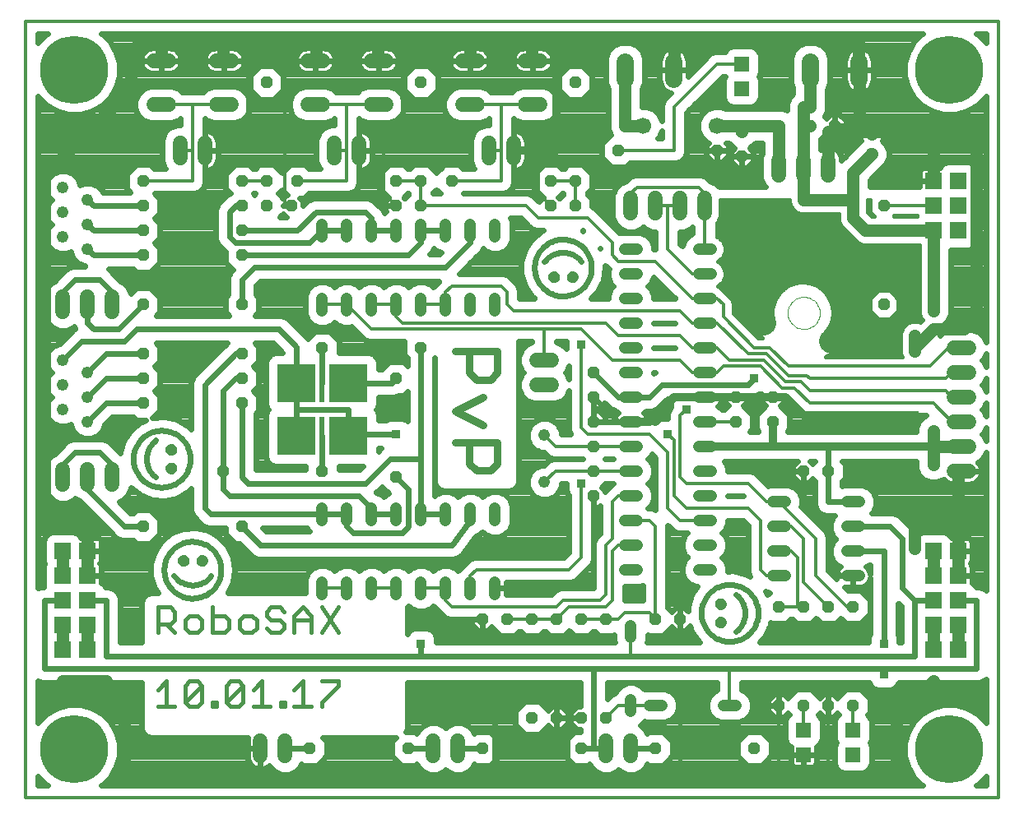
<source format=gbl>
G75*
%MOIN*%
%OFA0B0*%
%FSLAX24Y24*%
%IPPOS*%
%LPD*%
%AMOC8*
5,1,8,0,0,1.08239X$1,22.5*
%
%ADD10C,0.0120*%
%ADD11C,0.0240*%
%ADD12C,0.0300*%
%ADD13C,0.0180*%
%ADD14C,0.0705*%
%ADD15C,0.0480*%
%ADD16R,0.0689X0.0689*%
%ADD17R,0.1575X0.1575*%
%ADD18R,0.0236X0.1575*%
%ADD19C,0.0600*%
%ADD20C,0.0000*%
%ADD21OC8,0.0480*%
%ADD22OC8,0.0500*%
%ADD23C,0.0500*%
%ADD24C,0.0480*%
%ADD25C,0.0669*%
%ADD26R,0.0591X0.0591*%
%ADD27C,0.0500*%
%ADD28R,0.0356X0.0356*%
%ADD29C,0.0320*%
%ADD30C,0.0160*%
%ADD31C,0.2756*%
%ADD32C,0.1000*%
D10*
X013160Y000220D02*
X013160Y031716D01*
X052530Y031716D01*
X052530Y000220D01*
X013160Y000220D01*
X025160Y008720D02*
X026160Y008720D01*
X027160Y008720D02*
X028160Y008720D01*
X029160Y008720D02*
X030160Y008720D01*
X030160Y008220D01*
X030410Y007970D01*
X034660Y007970D01*
X034910Y008220D01*
X036410Y008220D01*
X036660Y008470D01*
X036660Y010470D01*
X036910Y010720D01*
X036910Y012220D01*
X037160Y012470D01*
X037660Y012470D01*
X037660Y011470D02*
X038410Y011470D01*
X038660Y011220D01*
X038660Y007470D01*
X038410Y007720D01*
X037410Y007720D01*
X037160Y007470D01*
X036660Y007470D01*
X035660Y007470D01*
X035160Y007970D02*
X034660Y007470D01*
X033660Y007470D01*
X032660Y007470D01*
X031160Y008720D02*
X031160Y009220D01*
X031410Y009470D01*
X035160Y009470D01*
X035660Y009970D01*
X035660Y012970D01*
X036160Y013470D02*
X034610Y013470D01*
X034160Y013020D01*
X034610Y014470D02*
X034160Y014920D01*
X034610Y014470D02*
X036160Y014470D01*
X037660Y014470D01*
X038410Y014970D02*
X039160Y014220D01*
X039160Y011970D01*
X039660Y011470D01*
X040660Y011470D01*
X039910Y011970D02*
X039410Y012470D01*
X039410Y014720D01*
X039160Y014970D01*
X038410Y014970D02*
X035910Y014970D01*
X035660Y015220D01*
X035660Y018595D01*
X035660Y019220D02*
X036910Y017970D01*
X039660Y017970D01*
X040160Y017470D01*
X040660Y017470D01*
X041160Y017470D01*
X041410Y017720D01*
X042910Y017720D01*
X043785Y016845D01*
X044285Y016845D01*
X044910Y016220D01*
X049910Y016220D01*
X050662Y015468D01*
X051030Y015468D01*
X051030Y016468D02*
X051028Y016470D01*
X050660Y016470D01*
X050410Y016720D01*
X044910Y016720D01*
X044535Y017095D01*
X043910Y017095D01*
X043035Y017970D01*
X041660Y017970D01*
X041160Y018470D01*
X040660Y018470D01*
X040160Y018470D01*
X039660Y018970D01*
X037160Y018970D01*
X036660Y019470D01*
X028410Y019470D01*
X028160Y019720D01*
X028160Y020220D01*
X027160Y020220D01*
X026160Y020220D02*
X027160Y019220D01*
X034160Y019220D01*
X034160Y017970D01*
X034160Y019220D02*
X035660Y019220D01*
X032910Y019970D02*
X032660Y020220D01*
X032660Y020720D01*
X032410Y020970D01*
X030410Y020970D01*
X030160Y020720D01*
X030160Y020220D01*
X029160Y020220D01*
X026160Y020220D02*
X025160Y020220D01*
X021910Y018220D02*
X021660Y018220D01*
X021660Y017220D02*
X021910Y017220D01*
X024117Y014905D02*
X024117Y014763D01*
X032910Y019970D02*
X039660Y019970D01*
X040160Y019470D01*
X040660Y019470D01*
X041160Y019470D01*
X042410Y018220D01*
X043160Y018220D01*
X044035Y017345D01*
X044785Y017345D01*
X044910Y017220D01*
X050410Y017220D01*
X050660Y017470D01*
X051028Y017470D01*
X051030Y017468D01*
X050528Y018470D02*
X049778Y017720D01*
X044035Y017720D01*
X043285Y018470D01*
X042660Y018470D01*
X041410Y019720D01*
X041410Y020220D01*
X041160Y020470D01*
X040660Y020470D01*
X040160Y020470D01*
X038660Y021970D01*
X037160Y021970D01*
X036910Y022220D01*
X036910Y022720D01*
X035910Y023720D01*
X033910Y023720D01*
X033410Y024220D01*
X029160Y024220D01*
X029160Y025220D01*
X028160Y025220D01*
X027660Y024720D02*
X027660Y026470D01*
X028410Y026470D01*
X028410Y030970D01*
X027440Y028330D02*
X026160Y028330D01*
X026160Y026470D01*
X026160Y025220D01*
X024160Y025220D01*
X022910Y025220D02*
X021910Y025220D01*
X022160Y026470D02*
X020410Y026470D01*
X019910Y026470D02*
X019910Y025220D01*
X017910Y025220D01*
X019410Y026470D02*
X019910Y026470D01*
X019910Y028330D01*
X021190Y028330D01*
X019910Y028330D02*
X018630Y028330D01*
X022160Y026470D02*
X022160Y030970D01*
X023660Y030970D02*
X023660Y024220D01*
X023910Y024220D01*
X025660Y026470D02*
X026160Y026470D01*
X026660Y026470D02*
X027660Y026470D01*
X027660Y024720D02*
X028160Y024220D01*
X030410Y025220D02*
X032410Y025220D01*
X032410Y026470D01*
X032410Y028330D01*
X033690Y028330D01*
X032410Y028330D02*
X031130Y028330D01*
X031910Y026470D02*
X032410Y026470D01*
X033910Y026470D02*
X033910Y024720D01*
X034410Y024220D01*
X035410Y024220D02*
X035410Y025220D01*
X034410Y025220D01*
X037160Y026470D02*
X039410Y026470D01*
X039410Y028220D01*
X041160Y029970D01*
X042160Y029970D01*
X044926Y029970D02*
X044926Y029720D01*
X040410Y024970D02*
X037910Y024970D01*
X037660Y024720D01*
X037660Y024220D01*
X038660Y024220D02*
X039160Y024220D01*
X039660Y024220D01*
X039160Y024220D02*
X039160Y022470D01*
X040160Y021470D01*
X040660Y021470D01*
X040660Y022470D02*
X040660Y024220D01*
X040660Y024720D01*
X040410Y024970D01*
X043035Y019470D02*
X043035Y019220D01*
X043160Y019220D01*
X039910Y015970D02*
X039660Y015720D01*
X039660Y013220D01*
X039910Y012970D01*
X042410Y012970D01*
X043160Y012220D01*
X043660Y012220D01*
X045160Y010720D01*
X045160Y009220D01*
X046410Y007970D01*
X046660Y007970D01*
X045660Y007970D02*
X044660Y008970D01*
X044660Y010720D01*
X044160Y011220D01*
X043660Y011220D01*
X042910Y011470D02*
X042410Y011970D01*
X039910Y011970D01*
X037660Y013470D02*
X036160Y013470D01*
X036160Y015470D02*
X037160Y015470D01*
X040660Y015470D02*
X041910Y015470D01*
X042910Y011470D02*
X042910Y009470D01*
X043160Y009220D01*
X043660Y009220D01*
X043660Y010220D02*
X044160Y010220D01*
X044410Y009970D01*
X044410Y007970D01*
X044660Y007970D01*
X044410Y007970D02*
X043660Y007970D01*
X041660Y005470D02*
X041660Y003970D01*
X043660Y003970D02*
X043660Y000970D01*
X044660Y000970D02*
X044660Y001970D01*
X044660Y002970D02*
X044660Y003970D01*
X045660Y003970D02*
X045660Y000970D01*
X046660Y002970D02*
X046660Y003970D01*
X038660Y003970D02*
X037660Y003970D01*
X037160Y003970D01*
X036660Y003470D01*
X035660Y003470D02*
X035160Y003470D01*
X035160Y000970D01*
X035160Y003470D02*
X034660Y003470D01*
X037660Y005970D02*
X037660Y006970D01*
X036660Y007970D02*
X035160Y007970D01*
X036660Y007970D02*
X036910Y008220D01*
X036910Y010220D01*
X037160Y010470D01*
X037660Y010470D01*
X050528Y018470D02*
X051030Y018468D01*
X049910Y024220D02*
X047910Y024220D01*
X032660Y030970D02*
X032410Y030970D01*
X026160Y028330D02*
X024880Y028330D01*
D11*
X024433Y029070D02*
X024161Y028957D01*
X023953Y028749D01*
X023840Y028477D01*
X023840Y028183D01*
X023953Y027911D01*
X024161Y027703D01*
X024433Y027590D01*
X025328Y027590D01*
X025600Y027703D01*
X025660Y027763D01*
X025660Y027510D01*
X025513Y027510D01*
X025241Y027397D01*
X025033Y027189D01*
X024920Y026917D01*
X024920Y026023D01*
X025033Y025751D01*
X025064Y025720D01*
X024622Y025720D01*
X024442Y025900D01*
X023879Y025900D01*
X023535Y025557D01*
X023192Y025900D01*
X022629Y025900D01*
X022449Y025720D01*
X022372Y025720D01*
X022192Y025900D01*
X021629Y025900D01*
X021230Y025502D01*
X021230Y024938D01*
X021436Y024733D01*
X021343Y024695D01*
X021093Y024445D01*
X020936Y024287D01*
X020850Y024081D01*
X020850Y022859D01*
X020936Y022653D01*
X021230Y022358D01*
X021230Y021938D01*
X021534Y021635D01*
X021436Y021537D01*
X021350Y021331D01*
X021350Y020622D01*
X021230Y020502D01*
X021230Y019938D01*
X021389Y019780D01*
X018432Y019780D01*
X018590Y019938D01*
X018590Y020502D01*
X018192Y020900D01*
X017629Y020900D01*
X017399Y020670D01*
X017288Y020939D01*
X017080Y021147D01*
X016986Y021186D01*
X016635Y021537D01*
X016512Y021660D01*
X017509Y021660D01*
X017629Y021540D01*
X018192Y021540D01*
X018590Y021938D01*
X018590Y022502D01*
X018372Y022720D01*
X018590Y022938D01*
X018590Y023502D01*
X018372Y023720D01*
X018590Y023938D01*
X018590Y024502D01*
X018372Y024720D01*
X018372Y024720D01*
X020010Y024720D01*
X020194Y024796D01*
X020334Y024937D01*
X020410Y025121D01*
X020410Y026470D01*
X020410Y027763D01*
X020471Y027703D01*
X020743Y027590D01*
X021638Y027590D01*
X021910Y027703D01*
X022118Y027911D01*
X022230Y028183D01*
X022230Y028477D01*
X022118Y028749D01*
X021910Y028957D01*
X021638Y029070D01*
X020743Y029070D01*
X020471Y028957D01*
X020344Y028830D01*
X019477Y028830D01*
X019350Y028957D01*
X019078Y029070D01*
X018183Y029070D01*
X017911Y028957D01*
X017703Y028749D01*
X017590Y028477D01*
X017590Y028183D01*
X017703Y027911D01*
X017911Y027703D01*
X018183Y027590D01*
X019078Y027590D01*
X019350Y027703D01*
X019410Y027763D01*
X019410Y027510D01*
X019263Y027510D01*
X018991Y027397D01*
X018783Y027189D01*
X018670Y026917D01*
X018670Y026023D01*
X018783Y025751D01*
X018814Y025720D01*
X018372Y025720D01*
X018192Y025900D01*
X017629Y025900D01*
X017230Y025502D01*
X017230Y024938D01*
X017389Y024780D01*
X016268Y024780D01*
X016237Y024855D01*
X016046Y025046D01*
X015796Y025150D01*
X015525Y025150D01*
X015340Y025073D01*
X015340Y025105D01*
X015237Y025355D01*
X015046Y025546D01*
X014796Y025650D01*
X014525Y025650D01*
X014275Y025546D01*
X014084Y025355D01*
X013980Y025105D01*
X013980Y024835D01*
X014084Y024585D01*
X014199Y024470D01*
X014084Y024355D01*
X013980Y024105D01*
X013980Y023835D01*
X014084Y023585D01*
X014199Y023470D01*
X014084Y023355D01*
X013980Y023105D01*
X013980Y022835D01*
X014084Y022585D01*
X014275Y022394D01*
X014525Y022290D01*
X014796Y022290D01*
X014980Y022367D01*
X014980Y022335D01*
X015084Y022085D01*
X015275Y021894D01*
X015525Y021790D01*
X015548Y021790D01*
X015558Y021780D01*
X015049Y021780D01*
X014843Y021695D01*
X014343Y021195D01*
X014334Y021186D01*
X014241Y021147D01*
X014033Y020939D01*
X013920Y020667D01*
X013920Y019773D01*
X014033Y019501D01*
X014241Y019293D01*
X014513Y019180D01*
X014808Y019180D01*
X015080Y019293D01*
X015114Y019327D01*
X015157Y019221D01*
X015093Y019195D01*
X014548Y018650D01*
X014525Y018650D01*
X014275Y018546D01*
X014084Y018355D01*
X013980Y018105D01*
X013980Y017835D01*
X014084Y017585D01*
X014199Y017470D01*
X014084Y017355D01*
X013980Y017105D01*
X013980Y016835D01*
X014084Y016585D01*
X014199Y016470D01*
X014084Y016355D01*
X013980Y016105D01*
X013980Y015835D01*
X014084Y015585D01*
X014275Y015394D01*
X014525Y015290D01*
X014796Y015290D01*
X014980Y015367D01*
X014980Y015335D01*
X015084Y015085D01*
X015275Y014894D01*
X015525Y014790D01*
X015796Y014790D01*
X016046Y014894D01*
X016237Y015085D01*
X016340Y015335D01*
X016340Y015358D01*
X016642Y015660D01*
X017509Y015660D01*
X017629Y015540D01*
X018026Y015540D01*
X017804Y015453D01*
X017405Y015135D01*
X017405Y015135D01*
X017118Y014713D01*
X016967Y014225D01*
X016967Y014205D01*
X016478Y014695D01*
X016272Y014780D01*
X015049Y014780D01*
X014843Y014695D01*
X014686Y014537D01*
X014334Y014186D01*
X014241Y014147D01*
X014033Y013939D01*
X013920Y013667D01*
X013920Y012773D01*
X014033Y012501D01*
X014241Y012293D01*
X014513Y012180D01*
X014808Y012180D01*
X015080Y012293D01*
X015160Y012373D01*
X015241Y012293D01*
X015334Y012254D01*
X016686Y010903D01*
X016843Y010745D01*
X017049Y010660D01*
X017509Y010660D01*
X017629Y010540D01*
X018192Y010540D01*
X018590Y010938D01*
X018590Y011502D01*
X018192Y011900D01*
X017629Y011900D01*
X017509Y011780D01*
X017392Y011780D01*
X016938Y012234D01*
X017080Y012293D01*
X017288Y012501D01*
X017400Y012773D01*
X017400Y012812D01*
X017405Y012805D01*
X017804Y012487D01*
X017804Y012487D01*
X018279Y012300D01*
X018788Y012262D01*
X018788Y012262D01*
X019286Y012376D01*
X019728Y012631D01*
X019850Y012763D01*
X019850Y011859D01*
X019936Y011653D01*
X020093Y011495D01*
X020186Y011403D01*
X020343Y011245D01*
X020549Y011160D01*
X021230Y011160D01*
X021230Y010938D01*
X021629Y010540D01*
X021798Y010540D01*
X022186Y010153D01*
X022343Y009995D01*
X022549Y009910D01*
X030340Y009910D01*
X030379Y009900D01*
X030450Y009910D01*
X030522Y009910D01*
X030559Y009926D01*
X030600Y009931D01*
X030661Y009968D01*
X030728Y009995D01*
X030756Y010024D01*
X030792Y010045D01*
X030834Y010102D01*
X030885Y010153D01*
X030901Y010190D01*
X031386Y010837D01*
X031546Y010904D01*
X031660Y011018D01*
X031775Y010904D01*
X032025Y010800D01*
X032296Y010800D01*
X032546Y010904D01*
X032737Y011095D01*
X032840Y011345D01*
X032840Y012095D01*
X032737Y012345D01*
X032546Y012536D01*
X032296Y012640D01*
X032025Y012640D01*
X031775Y012536D01*
X031660Y012422D01*
X031546Y012536D01*
X031296Y012640D01*
X031025Y012640D01*
X030775Y012536D01*
X030660Y012422D01*
X030546Y012536D01*
X030296Y012640D01*
X030025Y012640D01*
X029775Y012536D01*
X029720Y012482D01*
X029720Y018068D01*
X029720Y018068D01*
X029720Y013007D01*
X029787Y012846D01*
X029911Y012722D01*
X030073Y012655D01*
X032748Y012655D01*
X032910Y012722D01*
X033033Y012846D01*
X033100Y013007D01*
X033100Y018720D01*
X033660Y018720D01*
X033660Y018688D01*
X033441Y018597D01*
X033233Y018389D01*
X033120Y018117D01*
X033120Y017823D01*
X033233Y017551D01*
X033314Y017470D01*
X033233Y017389D01*
X033120Y017117D01*
X033120Y016823D01*
X033233Y016551D01*
X033441Y016343D01*
X033713Y016230D01*
X034608Y016230D01*
X034880Y016343D01*
X035088Y016551D01*
X035160Y016726D01*
X035160Y015121D01*
X035223Y014970D01*
X034840Y014970D01*
X034840Y015055D01*
X034737Y015305D01*
X034546Y015496D01*
X034296Y015600D01*
X034025Y015600D01*
X033775Y015496D01*
X033584Y015305D01*
X033480Y015055D01*
X033480Y014785D01*
X033584Y014535D01*
X033775Y014344D01*
X034025Y014240D01*
X034133Y014240D01*
X034327Y014046D01*
X034511Y013970D01*
X034327Y013894D01*
X034133Y013700D01*
X034025Y013700D01*
X033775Y013596D01*
X033584Y013405D01*
X033480Y013155D01*
X033480Y012885D01*
X033584Y012635D01*
X033775Y012444D01*
X034025Y012340D01*
X034296Y012340D01*
X034546Y012444D01*
X034737Y012635D01*
X034840Y012885D01*
X034840Y012970D01*
X035042Y012970D01*
X035042Y012704D01*
X035109Y012543D01*
X035160Y012492D01*
X035160Y010177D01*
X034953Y009970D01*
X031311Y009970D01*
X031127Y009894D01*
X030877Y009644D01*
X030736Y009503D01*
X030733Y009494D01*
X030660Y009422D01*
X030546Y009536D01*
X030296Y009640D01*
X030025Y009640D01*
X029775Y009536D01*
X029660Y009422D01*
X029546Y009536D01*
X029296Y009640D01*
X029025Y009640D01*
X028775Y009536D01*
X028660Y009422D01*
X028546Y009536D01*
X028296Y009640D01*
X028025Y009640D01*
X027775Y009536D01*
X027660Y009422D01*
X027546Y009536D01*
X027296Y009640D01*
X027025Y009640D01*
X026775Y009536D01*
X026660Y009422D01*
X026546Y009536D01*
X026296Y009640D01*
X026025Y009640D01*
X025775Y009536D01*
X025660Y009422D01*
X025546Y009536D01*
X025296Y009640D01*
X025025Y009640D01*
X024775Y009536D01*
X024584Y009345D01*
X024480Y009095D01*
X024480Y008535D01*
X021340Y008535D01*
X021547Y008965D01*
X021547Y008965D01*
X021623Y009470D01*
X021547Y009975D01*
X021325Y010435D01*
X020978Y010809D01*
X020536Y011064D01*
X020038Y011178D01*
X019529Y011140D01*
X019054Y010953D01*
X018655Y010635D01*
X018655Y010635D01*
X018655Y010635D01*
X018368Y010213D01*
X018217Y009725D01*
X018217Y009215D01*
X018368Y008727D01*
X018498Y008535D01*
X018198Y008535D01*
X018036Y008468D01*
X017912Y008344D01*
X017845Y008183D01*
X017845Y006530D01*
X016970Y006530D01*
X016970Y008331D01*
X016885Y008537D01*
X016728Y008695D01*
X016522Y008780D01*
X016392Y008780D01*
X016378Y008814D01*
X016254Y008938D01*
X016225Y008950D01*
X016225Y009220D01*
X016225Y009593D01*
X016210Y009649D01*
X016181Y009700D01*
X016160Y009720D01*
X016181Y009740D01*
X016210Y009791D01*
X016225Y009847D01*
X016225Y010220D01*
X016225Y010593D01*
X016210Y010649D01*
X016181Y010700D01*
X016140Y010741D01*
X016090Y010769D01*
X016034Y010784D01*
X015660Y010784D01*
X015390Y010784D01*
X015378Y010814D01*
X015254Y010938D01*
X015092Y011004D01*
X014228Y011004D01*
X014067Y010938D01*
X013943Y010814D01*
X013876Y010652D01*
X013876Y009788D01*
X013904Y009720D01*
X013876Y009652D01*
X013876Y008788D01*
X013879Y008780D01*
X013799Y008780D01*
X013660Y008723D01*
X013660Y028655D01*
X013674Y028631D01*
X014013Y028293D01*
X014427Y028053D01*
X014890Y027930D01*
X015368Y027930D01*
X015831Y028053D01*
X016245Y028293D01*
X016584Y028631D01*
X016823Y029046D01*
X016947Y029508D01*
X016947Y029987D01*
X016823Y030449D01*
X016584Y030864D01*
X016245Y031202D01*
X016221Y031216D01*
X049470Y031216D01*
X049446Y031202D01*
X049107Y030864D01*
X048868Y030449D01*
X048744Y029987D01*
X048744Y029508D01*
X048868Y029046D01*
X049107Y028631D01*
X049446Y028293D01*
X049860Y028053D01*
X050323Y027930D01*
X050801Y027930D01*
X051264Y028053D01*
X051678Y028293D01*
X052017Y028631D01*
X052030Y028655D01*
X052030Y018712D01*
X051958Y018887D01*
X051750Y019095D01*
X051478Y019208D01*
X050583Y019208D01*
X050311Y019095D01*
X050180Y018964D01*
X050180Y019335D01*
X050301Y019385D01*
X050333Y019417D01*
X050338Y019419D01*
X050461Y019543D01*
X050463Y019547D01*
X050495Y019579D01*
X050600Y019833D01*
X050600Y022436D01*
X051342Y022436D01*
X051504Y022502D01*
X051628Y022626D01*
X051695Y022788D01*
X051695Y023652D01*
X051667Y023720D01*
X051695Y023788D01*
X051695Y024652D01*
X051667Y024720D01*
X051695Y024788D01*
X051695Y025652D01*
X051628Y025814D01*
X051504Y025938D01*
X051342Y026004D01*
X050478Y026004D01*
X050317Y025938D01*
X050193Y025814D01*
X050181Y025784D01*
X049910Y025784D01*
X049537Y025784D01*
X049481Y025769D01*
X049431Y025741D01*
X049390Y025700D01*
X049361Y025649D01*
X049346Y025593D01*
X049346Y025220D01*
X049346Y024990D01*
X047350Y024990D01*
X047350Y025284D01*
X047995Y025929D01*
X048100Y026183D01*
X048100Y026457D01*
X047995Y026711D01*
X047831Y026876D01*
X047880Y026925D01*
X047880Y027120D01*
X047880Y027315D01*
X047605Y027590D01*
X047410Y027590D01*
X047216Y027590D01*
X046940Y027315D01*
X046940Y027120D01*
X046940Y026925D01*
X046990Y026876D01*
X046180Y026066D01*
X046180Y026123D01*
X046168Y026204D01*
X046142Y026282D01*
X046105Y026355D01*
X046057Y026421D01*
X045999Y026479D01*
X045933Y026527D01*
X045860Y026564D01*
X045782Y026590D01*
X045701Y026602D01*
X045660Y026602D01*
X045619Y026602D01*
X045539Y026590D01*
X045461Y026564D01*
X045388Y026527D01*
X045350Y026500D01*
X045350Y026934D01*
X045495Y027079D01*
X045505Y027103D01*
X045566Y027164D01*
X045720Y027010D01*
X045910Y027010D01*
X045910Y027470D01*
X045910Y027930D01*
X045720Y027930D01*
X045566Y027776D01*
X045505Y027837D01*
X045502Y027845D01*
X045600Y028083D01*
X045600Y028924D01*
X045719Y029210D01*
X045719Y030230D01*
X045598Y030521D01*
X045375Y030744D01*
X045084Y030865D01*
X044768Y030865D01*
X044477Y030744D01*
X044254Y030521D01*
X044134Y030230D01*
X044134Y029210D01*
X044220Y029000D01*
X044220Y028756D01*
X044075Y028611D01*
X043970Y028357D01*
X043970Y028088D01*
X043798Y028160D01*
X041519Y028160D01*
X041314Y028245D01*
X041006Y028245D01*
X040722Y028127D01*
X040504Y027909D01*
X040386Y027624D01*
X040386Y027316D01*
X040504Y027031D01*
X040722Y026813D01*
X040815Y026775D01*
X040700Y026661D01*
X040700Y026470D01*
X041160Y026470D01*
X040700Y026470D01*
X040700Y026279D01*
X040970Y026010D01*
X041160Y026010D01*
X041160Y026470D01*
X041160Y026470D01*
X041160Y026470D01*
X041160Y026010D01*
X041351Y026010D01*
X041620Y026279D01*
X041620Y026470D01*
X041620Y026661D01*
X041506Y026775D01*
X041519Y026780D01*
X041625Y026780D01*
X041770Y026635D01*
X041794Y026625D01*
X041854Y026564D01*
X041700Y026411D01*
X041700Y026220D01*
X041700Y026029D01*
X041970Y025760D01*
X042160Y025760D01*
X042160Y026220D01*
X041700Y026220D01*
X042160Y026220D01*
X042160Y026220D01*
X042160Y026220D01*
X042160Y025760D01*
X042351Y025760D01*
X042620Y026029D01*
X042620Y026220D01*
X042620Y026411D01*
X042466Y026564D01*
X042527Y026625D01*
X042551Y026635D01*
X042696Y026780D01*
X042970Y026780D01*
X042970Y026350D01*
X042920Y026230D01*
X042920Y025335D01*
X043033Y025063D01*
X043106Y024990D01*
X041237Y024990D01*
X041080Y025147D01*
X040842Y025246D01*
X040834Y025253D01*
X040694Y025394D01*
X040510Y025470D01*
X037811Y025470D01*
X037627Y025394D01*
X037479Y025246D01*
X037241Y025147D01*
X037033Y024939D01*
X036920Y024667D01*
X036920Y023773D01*
X037033Y023501D01*
X037241Y023293D01*
X037513Y023180D01*
X037808Y023180D01*
X038080Y023293D01*
X038160Y023373D01*
X038241Y023293D01*
X038513Y023180D01*
X038660Y023180D01*
X038660Y022470D01*
X038580Y022470D01*
X038580Y022605D01*
X038477Y022855D01*
X038286Y023046D01*
X038036Y023150D01*
X037285Y023150D01*
X037216Y023121D01*
X037194Y023144D01*
X036194Y024144D01*
X036090Y024187D01*
X036090Y024502D01*
X035910Y024682D01*
X035910Y024758D01*
X036090Y024938D01*
X036090Y025502D01*
X035692Y025900D01*
X035129Y025900D01*
X034949Y025720D01*
X034872Y025720D01*
X034692Y025900D01*
X034129Y025900D01*
X033730Y025502D01*
X033730Y024938D01*
X034104Y024564D01*
X033950Y024411D01*
X033950Y024387D01*
X033694Y024644D01*
X033510Y024720D01*
X030872Y024720D01*
X030872Y024720D01*
X032510Y024720D01*
X032694Y024796D01*
X032834Y024937D01*
X032910Y025121D01*
X032910Y026470D01*
X032910Y027763D01*
X032971Y027703D01*
X033243Y027590D01*
X034138Y027590D01*
X034410Y027703D01*
X034618Y027911D01*
X034730Y028183D01*
X034730Y028477D01*
X034618Y028749D01*
X034410Y028957D01*
X034138Y029070D01*
X033243Y029070D01*
X032971Y028957D01*
X032844Y028830D01*
X031977Y028830D01*
X031850Y028957D01*
X031578Y029070D01*
X030683Y029070D01*
X030411Y028957D01*
X030203Y028749D01*
X030090Y028477D01*
X030090Y028183D01*
X030203Y027911D01*
X030411Y027703D01*
X030683Y027590D01*
X031578Y027590D01*
X031850Y027703D01*
X031910Y027763D01*
X031910Y027510D01*
X031763Y027510D01*
X031491Y027397D01*
X031283Y027189D01*
X031170Y026917D01*
X031170Y026023D01*
X031283Y025751D01*
X031314Y025720D01*
X030872Y025720D01*
X030692Y025900D01*
X030129Y025900D01*
X029785Y025557D01*
X029442Y025900D01*
X028879Y025900D01*
X028699Y025720D01*
X028622Y025720D01*
X028442Y025900D01*
X027879Y025900D01*
X027480Y025502D01*
X027480Y024938D01*
X027854Y024564D01*
X027700Y024411D01*
X027700Y024220D01*
X028160Y024220D01*
X027700Y024220D01*
X027700Y024029D01*
X027734Y023996D01*
X027676Y023938D01*
X027635Y024037D01*
X027478Y024195D01*
X027228Y024445D01*
X027022Y024530D01*
X024799Y024530D01*
X024593Y024445D01*
X024436Y024287D01*
X024370Y024222D01*
X024370Y024411D01*
X024241Y024540D01*
X024442Y024540D01*
X024622Y024720D01*
X026260Y024720D01*
X026444Y024796D01*
X026584Y024937D01*
X026660Y025121D01*
X026660Y026470D01*
X026660Y027763D01*
X026721Y027703D01*
X026993Y027590D01*
X027888Y027590D01*
X028160Y027703D01*
X028368Y027911D01*
X028480Y028183D01*
X028480Y028477D01*
X028368Y028749D01*
X028160Y028957D01*
X027888Y029070D01*
X026993Y029070D01*
X026721Y028957D01*
X026594Y028830D01*
X025727Y028830D01*
X025600Y028957D01*
X025328Y029070D01*
X024433Y029070D01*
X024044Y028840D02*
X023492Y028840D01*
X023590Y028938D02*
X023192Y028540D01*
X022629Y028540D01*
X022230Y028938D01*
X022230Y029502D01*
X022629Y029900D01*
X023192Y029900D01*
X023590Y029502D01*
X023590Y028938D01*
X023590Y029079D02*
X028480Y029079D01*
X028480Y028938D02*
X028879Y028540D01*
X029442Y028540D01*
X029840Y028938D01*
X029840Y029502D01*
X029442Y029900D01*
X028879Y029900D01*
X028480Y029502D01*
X028480Y028938D01*
X028579Y028840D02*
X028277Y028840D01*
X028429Y028602D02*
X028817Y028602D01*
X028480Y028363D02*
X030090Y028363D01*
X030115Y028125D02*
X028456Y028125D01*
X028343Y027886D02*
X030228Y027886D01*
X030544Y027648D02*
X028026Y027648D01*
X027105Y027043D02*
X027142Y026970D01*
X027168Y026892D01*
X027180Y026811D01*
X027180Y026470D01*
X026660Y026470D01*
X026660Y026470D01*
X026660Y026470D01*
X026660Y027290D01*
X026701Y027290D01*
X026782Y027277D01*
X026860Y027252D01*
X026933Y027215D01*
X026999Y027167D01*
X027057Y027109D01*
X027105Y027043D01*
X027154Y026932D02*
X031177Y026932D01*
X031170Y026694D02*
X027180Y026694D01*
X027180Y026470D02*
X026660Y026470D01*
X026660Y025650D01*
X026701Y025650D01*
X026782Y025663D01*
X026860Y025688D01*
X026933Y025725D01*
X026999Y025773D01*
X027057Y025831D01*
X027105Y025897D01*
X027142Y025970D01*
X027168Y026048D01*
X027180Y026129D01*
X027180Y026470D01*
X027180Y026455D02*
X031170Y026455D01*
X031170Y026217D02*
X027180Y026217D01*
X027145Y025978D02*
X031189Y025978D01*
X031294Y025740D02*
X030853Y025740D01*
X029968Y025740D02*
X029603Y025740D01*
X029785Y024883D02*
X029949Y024720D01*
X029660Y024720D01*
X029660Y024758D01*
X029785Y024883D01*
X029688Y024786D02*
X029883Y024786D01*
X028660Y024720D02*
X028660Y024682D01*
X028505Y024526D01*
X028466Y024564D01*
X028622Y024720D01*
X028660Y024720D01*
X028526Y024547D02*
X028484Y024547D01*
X028160Y024220D02*
X028160Y024220D01*
X027837Y024547D02*
X024449Y024547D01*
X024457Y024309D02*
X024370Y024309D01*
X023910Y024220D02*
X023910Y024220D01*
X023590Y024220D01*
X023910Y024220D01*
X023590Y024220D02*
X023590Y024220D01*
X023566Y024526D02*
X023372Y024720D01*
X023535Y024883D01*
X023739Y024680D01*
X023720Y024680D01*
X023566Y024526D01*
X023545Y024547D02*
X023587Y024547D01*
X023633Y024786D02*
X023438Y024786D01*
X023566Y023914D02*
X023432Y023780D01*
X023700Y023780D01*
X023566Y023914D01*
X023484Y023832D02*
X023648Y023832D01*
X024160Y023220D02*
X024910Y023970D01*
X026910Y023970D01*
X027160Y023720D01*
X027160Y023220D01*
X028160Y023220D01*
X027700Y024070D02*
X027602Y024070D01*
X027700Y024309D02*
X027364Y024309D01*
X027633Y024786D02*
X026418Y024786D01*
X026620Y025024D02*
X027480Y025024D01*
X027480Y025263D02*
X026660Y025263D01*
X026660Y025501D02*
X027480Y025501D01*
X027718Y025740D02*
X026953Y025740D01*
X026660Y025740D02*
X026660Y025740D01*
X026660Y025978D02*
X026660Y025978D01*
X026660Y026217D02*
X026660Y026217D01*
X026660Y026455D02*
X026660Y026455D01*
X026660Y026470D02*
X026660Y026470D01*
X026660Y026694D02*
X026660Y026694D01*
X026660Y026932D02*
X026660Y026932D01*
X026660Y027171D02*
X026660Y027171D01*
X026660Y027409D02*
X031519Y027409D01*
X031716Y027648D02*
X031910Y027648D01*
X031275Y027171D02*
X026994Y027171D01*
X026854Y027648D02*
X026660Y027648D01*
X025660Y027648D02*
X025466Y027648D01*
X025269Y027409D02*
X020410Y027409D01*
X020410Y027290D02*
X020410Y026470D01*
X020410Y026470D01*
X020410Y026470D01*
X020410Y025650D01*
X020451Y025650D01*
X020532Y025663D01*
X020610Y025688D01*
X020683Y025725D01*
X020749Y025773D01*
X020807Y025831D01*
X020855Y025897D01*
X020892Y025970D01*
X020918Y026048D01*
X020930Y026129D01*
X020930Y026470D01*
X020930Y026811D01*
X020918Y026892D01*
X020892Y026970D01*
X020855Y027043D01*
X020807Y027109D01*
X020749Y027167D01*
X020683Y027215D01*
X020610Y027252D01*
X020532Y027277D01*
X020451Y027290D01*
X020410Y027290D01*
X020410Y027171D02*
X020410Y027171D01*
X020410Y026932D02*
X020410Y026932D01*
X020410Y026694D02*
X020410Y026694D01*
X020410Y026470D02*
X020930Y026470D01*
X020410Y026470D01*
X020410Y026470D01*
X020410Y026455D02*
X020410Y026455D01*
X020410Y026217D02*
X020410Y026217D01*
X020410Y025978D02*
X020410Y025978D01*
X020410Y025740D02*
X020410Y025740D01*
X020410Y025501D02*
X021230Y025501D01*
X021230Y025263D02*
X020410Y025263D01*
X020370Y025024D02*
X021230Y025024D01*
X021383Y024786D02*
X020168Y024786D01*
X020957Y024309D02*
X018590Y024309D01*
X018590Y024070D02*
X020850Y024070D01*
X020850Y023832D02*
X018484Y023832D01*
X018499Y023593D02*
X020850Y023593D01*
X020850Y023355D02*
X018590Y023355D01*
X018590Y023116D02*
X020850Y023116D01*
X020850Y022878D02*
X018530Y022878D01*
X018453Y022639D02*
X020949Y022639D01*
X021188Y022401D02*
X018590Y022401D01*
X018590Y022162D02*
X021230Y022162D01*
X021245Y021924D02*
X018576Y021924D01*
X018337Y021685D02*
X021484Y021685D01*
X021398Y021447D02*
X016726Y021447D01*
X016964Y021208D02*
X021350Y021208D01*
X021350Y020970D02*
X017257Y020970D01*
X017374Y020731D02*
X017460Y020731D01*
X017910Y020220D02*
X016910Y019220D01*
X015910Y019220D01*
X015660Y019470D01*
X015660Y020220D01*
X016660Y020220D02*
X016660Y020720D01*
X016160Y021220D01*
X015160Y021220D01*
X014660Y020720D01*
X014660Y020220D01*
X013920Y020254D02*
X013660Y020254D01*
X013660Y020016D02*
X013920Y020016D01*
X013920Y019777D02*
X013660Y019777D01*
X013660Y019539D02*
X014017Y019539D01*
X014234Y019300D02*
X013660Y019300D01*
X013660Y019062D02*
X014960Y019062D01*
X015087Y019300D02*
X015125Y019300D01*
X014721Y018823D02*
X013660Y018823D01*
X013660Y018585D02*
X014367Y018585D01*
X014080Y018346D02*
X013660Y018346D01*
X013660Y018108D02*
X013981Y018108D01*
X013980Y017869D02*
X013660Y017869D01*
X013660Y017631D02*
X014065Y017631D01*
X014121Y017392D02*
X013660Y017392D01*
X013660Y017154D02*
X014000Y017154D01*
X013980Y016915D02*
X013660Y016915D01*
X013660Y016677D02*
X014046Y016677D01*
X014167Y016438D02*
X013660Y016438D01*
X013660Y016200D02*
X014019Y016200D01*
X013980Y015961D02*
X013660Y015961D01*
X013660Y015723D02*
X014027Y015723D01*
X014185Y015484D02*
X013660Y015484D01*
X013660Y015246D02*
X015017Y015246D01*
X015162Y015007D02*
X013660Y015007D01*
X013660Y014769D02*
X015021Y014769D01*
X014678Y014530D02*
X013660Y014530D01*
X013660Y014292D02*
X014440Y014292D01*
X014147Y014053D02*
X013660Y014053D01*
X013660Y013815D02*
X013981Y013815D01*
X013920Y013576D02*
X013660Y013576D01*
X013660Y013338D02*
X013920Y013338D01*
X013920Y013099D02*
X013660Y013099D01*
X013660Y012861D02*
X013920Y012861D01*
X013983Y012622D02*
X013660Y012622D01*
X013660Y012384D02*
X014150Y012384D01*
X013660Y012145D02*
X015443Y012145D01*
X015682Y011907D02*
X013660Y011907D01*
X013660Y011668D02*
X015920Y011668D01*
X016159Y011430D02*
X013660Y011430D01*
X013660Y011191D02*
X016397Y011191D01*
X016636Y010953D02*
X015218Y010953D01*
X015660Y010784D02*
X015660Y010220D01*
X015660Y010220D01*
X015660Y009784D01*
X015660Y009220D01*
X015660Y009220D01*
X015660Y010220D01*
X015660Y010220D01*
X015660Y010784D01*
X015660Y010714D02*
X015660Y010714D01*
X015660Y010476D02*
X015660Y010476D01*
X015660Y010237D02*
X015660Y010237D01*
X015660Y010220D02*
X016225Y010220D01*
X015660Y010220D01*
X015660Y010220D01*
X015660Y009999D02*
X015660Y009999D01*
X015660Y009760D02*
X015660Y009760D01*
X015660Y009522D02*
X015660Y009522D01*
X015660Y009283D02*
X015660Y009283D01*
X015660Y009220D02*
X016225Y009220D01*
X015660Y009220D01*
X015660Y009220D01*
X016225Y009283D02*
X018217Y009283D01*
X018217Y009522D02*
X016225Y009522D01*
X016192Y009760D02*
X018228Y009760D01*
X018301Y009999D02*
X016225Y009999D01*
X016225Y010237D02*
X018384Y010237D01*
X018368Y010213D02*
X018368Y010213D01*
X018546Y010476D02*
X016225Y010476D01*
X016166Y010714D02*
X016919Y010714D01*
X017160Y011220D02*
X017910Y011220D01*
X018590Y011191D02*
X020474Y011191D01*
X020536Y011064D02*
X020536Y011064D01*
X020729Y010953D02*
X021230Y010953D01*
X021066Y010714D02*
X021455Y010714D01*
X021287Y010476D02*
X021863Y010476D01*
X022101Y010237D02*
X021420Y010237D01*
X021325Y010435D02*
X021325Y010435D01*
X021535Y009999D02*
X022340Y009999D01*
X022660Y010470D02*
X030410Y010470D01*
X031160Y011470D01*
X031160Y011720D01*
X031595Y010953D02*
X031726Y010953D01*
X031293Y010714D02*
X035160Y010714D01*
X035160Y010476D02*
X031114Y010476D01*
X030936Y010237D02*
X035160Y010237D01*
X034982Y009999D02*
X030731Y009999D01*
X030993Y009760D02*
X021579Y009760D01*
X021547Y009975D02*
X021547Y009975D01*
X021615Y009522D02*
X024760Y009522D01*
X024558Y009283D02*
X021595Y009283D01*
X021559Y009045D02*
X024480Y009045D01*
X024480Y008806D02*
X021470Y008806D01*
X021355Y008568D02*
X024480Y008568D01*
X025561Y009522D02*
X025760Y009522D01*
X026561Y009522D02*
X026760Y009522D01*
X027561Y009522D02*
X027760Y009522D01*
X028561Y009522D02*
X028760Y009522D01*
X029561Y009522D02*
X029760Y009522D01*
X030561Y009522D02*
X030755Y009522D01*
X032160Y008720D02*
X032620Y008720D01*
X032620Y008970D01*
X035260Y008970D01*
X035444Y009046D01*
X035584Y009187D01*
X036084Y009687D01*
X036160Y009871D01*
X036160Y012470D01*
X036160Y012470D01*
X036160Y012010D01*
X036351Y012010D01*
X036410Y012069D01*
X036410Y010927D01*
X036377Y010894D01*
X036236Y010753D01*
X036160Y010569D01*
X036160Y008720D01*
X034811Y008720D01*
X034627Y008644D01*
X034453Y008470D01*
X032620Y008470D01*
X032620Y008720D01*
X032160Y008720D01*
X032160Y008720D01*
X032620Y008806D02*
X036160Y008806D01*
X036160Y009045D02*
X035440Y009045D01*
X035680Y009283D02*
X036160Y009283D01*
X036160Y009522D02*
X035919Y009522D01*
X036115Y009760D02*
X036160Y009760D01*
X036160Y009999D02*
X036160Y009999D01*
X036160Y010237D02*
X036160Y010237D01*
X036160Y010476D02*
X036160Y010476D01*
X036160Y010714D02*
X036220Y010714D01*
X036160Y010953D02*
X036410Y010953D01*
X036410Y011191D02*
X036160Y011191D01*
X036160Y011430D02*
X036410Y011430D01*
X036410Y011668D02*
X036160Y011668D01*
X036160Y011907D02*
X036410Y011907D01*
X036160Y012145D02*
X036160Y012145D01*
X036160Y012384D02*
X036160Y012384D01*
X036620Y012637D02*
X036620Y012661D01*
X036466Y012814D01*
X036622Y012970D01*
X036959Y012970D01*
X036886Y012898D01*
X036877Y012894D01*
X036627Y012644D01*
X036620Y012637D01*
X036627Y012644D02*
X036627Y012644D01*
X036513Y012861D02*
X036844Y012861D01*
X036959Y013970D02*
X036622Y013970D01*
X036959Y013970D01*
X036959Y013970D01*
X036622Y013970D02*
X036622Y013970D01*
X035699Y013970D02*
X035699Y013970D01*
X034511Y013970D01*
X035699Y013970D01*
X035207Y015007D02*
X034840Y015007D01*
X034762Y015246D02*
X035160Y015246D01*
X035160Y015484D02*
X034558Y015484D01*
X035160Y015723D02*
X033100Y015723D01*
X033100Y015961D02*
X035160Y015961D01*
X035160Y016200D02*
X033100Y016200D01*
X033100Y016438D02*
X033346Y016438D01*
X033181Y016677D02*
X033100Y016677D01*
X033100Y016915D02*
X033120Y016915D01*
X033100Y017154D02*
X033135Y017154D01*
X033100Y017392D02*
X033236Y017392D01*
X033200Y017631D02*
X033100Y017631D01*
X033100Y017869D02*
X033120Y017869D01*
X033100Y018108D02*
X033120Y018108D01*
X033100Y018346D02*
X033215Y018346D01*
X033100Y018585D02*
X033428Y018585D01*
X034660Y018688D02*
X034660Y018720D01*
X035042Y018720D01*
X035042Y018435D01*
X034880Y018597D01*
X034660Y018688D01*
X034892Y018585D02*
X035042Y018585D01*
X035160Y017726D02*
X035160Y017214D01*
X035088Y017389D01*
X035007Y017470D01*
X035088Y017551D01*
X035160Y017726D01*
X035160Y017631D02*
X035121Y017631D01*
X035085Y017392D02*
X035160Y017392D01*
X035140Y016677D02*
X035160Y016677D01*
X035160Y016438D02*
X034975Y016438D01*
X036160Y016438D02*
X036160Y016438D01*
X036160Y016470D02*
X036160Y016470D01*
X036160Y015470D01*
X036160Y015470D01*
X036160Y015930D01*
X036351Y015930D01*
X036620Y015661D01*
X036620Y015470D01*
X036160Y015470D01*
X036160Y015470D01*
X037660Y015470D01*
X037660Y015470D01*
X036960Y015470D01*
X036960Y015506D01*
X036972Y015578D01*
X036994Y015647D01*
X037027Y015711D01*
X037069Y015770D01*
X037121Y015821D01*
X037153Y015845D01*
X037035Y015894D01*
X036997Y015931D01*
X036843Y015995D01*
X036686Y016153D01*
X036590Y016249D01*
X036351Y016010D01*
X036160Y016010D01*
X036160Y016470D01*
X037160Y015470D01*
X037660Y015470D01*
X037660Y015470D01*
X038510Y015470D01*
X038631Y015420D01*
X038733Y015521D01*
X038895Y015588D01*
X039160Y015588D01*
X039160Y015819D01*
X039236Y016003D01*
X039292Y016059D01*
X039292Y016236D01*
X039359Y016397D01*
X039372Y016410D01*
X039142Y016410D01*
X038728Y015995D01*
X038522Y015910D01*
X038302Y015910D01*
X038286Y015894D01*
X038167Y015845D01*
X038200Y015821D01*
X038251Y015770D01*
X038294Y015711D01*
X038327Y015647D01*
X038349Y015578D01*
X038360Y015506D01*
X038360Y015470D01*
X037660Y015470D01*
X037035Y015723D02*
X036558Y015723D01*
X036620Y015484D02*
X036960Y015484D01*
X036926Y015961D02*
X036160Y015961D01*
X036160Y015723D02*
X036160Y015723D01*
X036160Y015484D02*
X036160Y015484D01*
X036160Y016200D02*
X036160Y016200D01*
X036540Y016200D02*
X036639Y016200D01*
X037160Y016470D02*
X037660Y016470D01*
X038410Y016470D01*
X038910Y016970D01*
X042410Y016970D01*
X042660Y017220D01*
X042926Y016602D02*
X042950Y016612D01*
X042950Y016470D01*
X042950Y016279D01*
X043104Y016126D01*
X042730Y015752D01*
X042730Y015188D01*
X042810Y015108D01*
X042810Y015070D01*
X042472Y015070D01*
X042590Y015188D01*
X042590Y015752D01*
X042216Y016126D01*
X042370Y016279D01*
X042370Y016410D01*
X042522Y016410D01*
X042728Y016495D01*
X042834Y016602D01*
X042926Y016602D01*
X042950Y016470D02*
X043410Y016470D01*
X042950Y016470D01*
X042950Y016438D02*
X042589Y016438D01*
X042290Y016200D02*
X043030Y016200D01*
X042940Y015961D02*
X042381Y015961D01*
X042590Y015723D02*
X042730Y015723D01*
X042730Y015484D02*
X042590Y015484D01*
X042590Y015246D02*
X042730Y015246D01*
X044010Y015108D02*
X044090Y015188D01*
X044090Y015752D01*
X043716Y016126D01*
X043870Y016279D01*
X043870Y016345D01*
X044078Y016345D01*
X044627Y015796D01*
X044811Y015720D01*
X049616Y015720D01*
X049520Y015680D01*
X049488Y015648D01*
X049483Y015646D01*
X049359Y015522D01*
X049357Y015518D01*
X049325Y015486D01*
X049220Y015232D01*
X049220Y015070D01*
X044010Y015070D01*
X044010Y015108D01*
X044090Y015246D02*
X049226Y015246D01*
X049325Y015484D02*
X044090Y015484D01*
X044090Y015723D02*
X044805Y015723D01*
X044462Y015961D02*
X043881Y015961D01*
X043790Y016200D02*
X044224Y016200D01*
X043410Y016470D02*
X043410Y016470D01*
X041604Y016126D02*
X041449Y015970D01*
X041362Y015970D01*
X041286Y016046D01*
X041167Y016095D01*
X041200Y016119D01*
X041251Y016170D01*
X041294Y016229D01*
X041327Y016293D01*
X041349Y016362D01*
X041357Y016410D01*
X041450Y016410D01*
X041450Y016279D01*
X041604Y016126D01*
X041530Y016200D02*
X041272Y016200D01*
X039292Y016200D02*
X038932Y016200D01*
X038645Y015961D02*
X039219Y015961D01*
X039160Y015723D02*
X038285Y015723D01*
X038360Y015484D02*
X038696Y015484D01*
X038510Y014164D02*
X038660Y014013D01*
X038660Y011908D01*
X038510Y011970D01*
X038362Y011970D01*
X038477Y012085D01*
X038580Y012335D01*
X038580Y012605D01*
X038477Y012855D01*
X038362Y012970D01*
X038477Y013085D01*
X038580Y013335D01*
X038580Y013605D01*
X038477Y013855D01*
X038362Y013970D01*
X038477Y014085D01*
X038510Y014164D01*
X038445Y014053D02*
X038620Y014053D01*
X038660Y013815D02*
X038494Y013815D01*
X038580Y013576D02*
X038660Y013576D01*
X038660Y013338D02*
X038580Y013338D01*
X038660Y013099D02*
X038483Y013099D01*
X038472Y012861D02*
X038660Y012861D01*
X038660Y012622D02*
X038573Y012622D01*
X038580Y012384D02*
X038660Y012384D01*
X038660Y012145D02*
X038502Y012145D01*
X038362Y011970D02*
X038362Y011970D01*
X039160Y011263D02*
X039236Y011187D01*
X039377Y011046D01*
X039561Y010970D01*
X039959Y010970D01*
X039959Y010970D01*
X039844Y010855D01*
X039740Y010605D01*
X039740Y010335D01*
X039844Y010085D01*
X039959Y009970D01*
X039844Y009855D01*
X039740Y009605D01*
X039740Y009335D01*
X039844Y009085D01*
X040035Y008894D01*
X040285Y008790D01*
X040340Y008790D01*
X040118Y008463D01*
X039967Y007975D01*
X039967Y007814D01*
X039851Y007930D01*
X039660Y007930D01*
X039470Y007930D01*
X039316Y007776D01*
X039160Y007932D01*
X039160Y011263D01*
X039160Y011191D02*
X039232Y011191D01*
X039160Y010953D02*
X039941Y010953D01*
X039785Y010714D02*
X039160Y010714D01*
X039160Y010476D02*
X039740Y010476D01*
X039781Y010237D02*
X039160Y010237D01*
X039160Y009999D02*
X039930Y009999D01*
X039804Y009760D02*
X039160Y009760D01*
X039160Y009522D02*
X039740Y009522D01*
X039762Y009283D02*
X039160Y009283D01*
X039160Y009045D02*
X039884Y009045D01*
X040246Y008806D02*
X039160Y008806D01*
X039160Y008568D02*
X040189Y008568D01*
X040118Y008463D02*
X040118Y008463D01*
X040076Y008329D02*
X039160Y008329D01*
X039160Y008091D02*
X040003Y008091D01*
X039967Y007852D02*
X039929Y007852D01*
X039660Y007852D02*
X039660Y007852D01*
X039660Y007930D02*
X039660Y007470D01*
X039660Y007470D01*
X039660Y007010D01*
X039470Y007010D01*
X039316Y007164D01*
X038942Y006790D01*
X038379Y006790D01*
X038340Y006828D01*
X038340Y006595D01*
X038314Y006530D01*
X040437Y006530D01*
X040405Y006555D01*
X040405Y006555D01*
X040405Y006555D01*
X040118Y006977D01*
X040118Y006977D01*
X040047Y007206D01*
X039851Y007010D01*
X039660Y007010D01*
X039660Y007470D01*
X039660Y007470D01*
X039660Y007930D01*
X039392Y007852D02*
X039240Y007852D01*
X039660Y007614D02*
X039660Y007614D01*
X039660Y007375D02*
X039660Y007375D01*
X039660Y007137D02*
X039660Y007137D01*
X039343Y007137D02*
X039289Y007137D01*
X039050Y006898D02*
X040171Y006898D01*
X040068Y007137D02*
X039977Y007137D01*
X040334Y006660D02*
X038340Y006660D01*
X037660Y005970D02*
X029160Y005970D01*
X029160Y006470D01*
X029160Y005970D02*
X016410Y005970D01*
X016410Y008220D01*
X015660Y008220D01*
X016381Y008806D02*
X018343Y008806D01*
X018368Y008727D02*
X018368Y008727D01*
X018476Y008568D02*
X016855Y008568D01*
X016970Y008329D02*
X017906Y008329D01*
X017845Y008091D02*
X016970Y008091D01*
X016970Y007852D02*
X017845Y007852D01*
X017845Y007614D02*
X016970Y007614D01*
X016970Y007375D02*
X017845Y007375D01*
X017845Y007137D02*
X016970Y007137D01*
X016970Y006898D02*
X017845Y006898D01*
X017845Y006660D02*
X016970Y006660D01*
X017845Y004910D02*
X017845Y003007D01*
X017912Y002846D01*
X018036Y002722D01*
X018198Y002655D01*
X022157Y002655D01*
X022153Y002642D01*
X022140Y002561D01*
X022140Y002220D01*
X022140Y001879D01*
X022153Y001798D01*
X022178Y001720D01*
X022216Y001647D01*
X022264Y001581D01*
X022322Y001523D01*
X022388Y001475D01*
X022461Y001438D01*
X022539Y001413D01*
X022619Y001400D01*
X022660Y001400D01*
X022660Y002220D01*
X022140Y002220D01*
X022660Y002220D01*
X022660Y002220D01*
X022660Y002220D01*
X022660Y000970D01*
X022660Y001400D02*
X022701Y001400D01*
X022782Y001413D01*
X022860Y001438D01*
X022933Y001475D01*
X022999Y001523D01*
X023016Y001541D01*
X023033Y001501D01*
X023241Y001293D01*
X023513Y001180D01*
X023808Y001180D01*
X024080Y001293D01*
X024288Y001501D01*
X024326Y001593D01*
X024379Y001540D01*
X024942Y001540D01*
X025340Y001938D01*
X025340Y002502D01*
X025187Y002655D01*
X028134Y002655D01*
X027980Y002502D01*
X027980Y001938D01*
X028379Y001540D01*
X028942Y001540D01*
X028995Y001593D01*
X029033Y001501D01*
X029241Y001293D01*
X029513Y001180D01*
X029808Y001180D01*
X030080Y001293D01*
X030160Y001373D01*
X030241Y001293D01*
X030513Y001180D01*
X030808Y001180D01*
X031080Y001293D01*
X031288Y001501D01*
X031326Y001593D01*
X031379Y001540D01*
X031942Y001540D01*
X032340Y001938D01*
X032340Y002502D01*
X031942Y002900D01*
X031379Y002900D01*
X031326Y002847D01*
X031288Y002939D01*
X031080Y003147D01*
X030808Y003260D01*
X030513Y003260D01*
X030241Y003147D01*
X030160Y003067D01*
X030080Y003147D01*
X029808Y003260D01*
X029513Y003260D01*
X029241Y003147D01*
X029033Y002939D01*
X028995Y002847D01*
X028942Y002900D01*
X028556Y002900D01*
X028600Y003007D01*
X028600Y004910D01*
X035600Y004910D01*
X035600Y003930D01*
X035470Y003930D01*
X035200Y003661D01*
X035200Y003470D01*
X035600Y003470D01*
X035200Y003470D01*
X035200Y003279D01*
X035470Y003010D01*
X035600Y003010D01*
X035600Y002900D01*
X035379Y002900D01*
X034980Y002502D01*
X034980Y001938D01*
X035379Y001540D01*
X035942Y001540D01*
X035995Y001593D01*
X036033Y001501D01*
X036241Y001293D01*
X036513Y001180D01*
X036808Y001180D01*
X037080Y001293D01*
X037160Y001373D01*
X037241Y001293D01*
X037513Y001180D01*
X037808Y001180D01*
X038080Y001293D01*
X038288Y001501D01*
X038326Y001593D01*
X038379Y001540D01*
X038942Y001540D01*
X039340Y001938D01*
X039340Y002502D01*
X038942Y002900D01*
X038379Y002900D01*
X038326Y002847D01*
X038288Y002939D01*
X038080Y003147D01*
X038051Y003159D01*
X038212Y003320D01*
X038285Y003290D01*
X039036Y003290D01*
X039286Y003394D01*
X039477Y003585D01*
X039580Y003835D01*
X039580Y004105D01*
X039477Y004355D01*
X039286Y004546D01*
X039036Y004650D01*
X038285Y004650D01*
X038212Y004620D01*
X038046Y004786D01*
X037796Y004890D01*
X037525Y004890D01*
X037275Y004786D01*
X037084Y004595D01*
X037026Y004456D01*
X036877Y004394D01*
X036736Y004253D01*
X036720Y004237D01*
X036720Y004910D01*
X041160Y004910D01*
X041160Y004598D01*
X041035Y004546D01*
X040844Y004355D01*
X040740Y004105D01*
X040740Y003835D01*
X040844Y003585D01*
X041035Y003394D01*
X041285Y003290D01*
X042036Y003290D01*
X042286Y003394D01*
X042477Y003585D01*
X042580Y003835D01*
X042580Y004105D01*
X042477Y004355D01*
X042286Y004546D01*
X042160Y004598D01*
X042160Y004910D01*
X047311Y004910D01*
X047359Y004793D01*
X047483Y004669D01*
X047645Y004602D01*
X048176Y004602D01*
X048338Y004669D01*
X048461Y004793D01*
X048510Y004910D01*
X051772Y004910D01*
X051978Y004995D01*
X052030Y005048D01*
X052030Y003281D01*
X052017Y003305D01*
X051678Y003643D01*
X051264Y003883D01*
X050801Y004006D01*
X050323Y004006D01*
X049860Y003883D01*
X049446Y003643D01*
X049107Y003305D01*
X048868Y002890D01*
X048744Y002428D01*
X048744Y001949D01*
X048868Y001487D01*
X049107Y001072D01*
X049446Y000734D01*
X049470Y000720D01*
X016221Y000720D01*
X016245Y000734D01*
X016584Y001072D01*
X016823Y001487D01*
X016947Y001949D01*
X016947Y002428D01*
X016823Y002890D01*
X016584Y003305D01*
X016245Y003643D01*
X015831Y003883D01*
X015368Y004006D01*
X014890Y004006D01*
X014427Y003883D01*
X014013Y003643D01*
X013674Y003305D01*
X013660Y003281D01*
X013660Y004967D01*
X013799Y004910D01*
X017845Y004910D01*
X017845Y004752D02*
X013660Y004752D01*
X013660Y004513D02*
X017845Y004513D01*
X017845Y004275D02*
X013660Y004275D01*
X013660Y004036D02*
X017845Y004036D01*
X017845Y003798D02*
X015978Y003798D01*
X016329Y003559D02*
X017845Y003559D01*
X017845Y003321D02*
X016568Y003321D01*
X016712Y003082D02*
X017845Y003082D01*
X017915Y002844D02*
X016835Y002844D01*
X016899Y002605D02*
X022147Y002605D01*
X022140Y002367D02*
X016947Y002367D01*
X016947Y002128D02*
X022140Y002128D01*
X022140Y001890D02*
X016931Y001890D01*
X016867Y001651D02*
X022214Y001651D01*
X022541Y001413D02*
X016780Y001413D01*
X016642Y001174D02*
X049048Y001174D01*
X048911Y001413D02*
X047316Y001413D01*
X047329Y001425D02*
X047396Y001587D01*
X047396Y002353D01*
X047347Y002470D01*
X047396Y002587D01*
X047396Y003353D01*
X047329Y003515D01*
X047248Y003596D01*
X047340Y003688D01*
X047340Y004252D01*
X046942Y004650D01*
X046379Y004650D01*
X046005Y004276D01*
X045851Y004430D01*
X045660Y004430D01*
X045470Y004430D01*
X045316Y004276D01*
X044942Y004650D01*
X044379Y004650D01*
X044005Y004276D01*
X043851Y004430D01*
X043660Y004430D01*
X043470Y004430D01*
X043200Y004161D01*
X043200Y003970D01*
X043200Y003779D01*
X043470Y003510D01*
X043660Y003510D01*
X043660Y003970D01*
X043200Y003970D01*
X043660Y003970D01*
X043660Y003970D01*
X043660Y003970D01*
X043660Y004430D01*
X043660Y003970D01*
X043660Y003970D01*
X043660Y003510D01*
X043851Y003510D01*
X044005Y003664D01*
X044073Y003596D01*
X043992Y003515D01*
X043925Y003353D01*
X043925Y002587D01*
X043992Y002425D01*
X044116Y002302D01*
X044145Y002290D01*
X044145Y001970D01*
X044145Y001646D01*
X044160Y001590D01*
X044189Y001540D01*
X044230Y001499D01*
X044280Y001470D01*
X044336Y001455D01*
X044660Y001455D01*
X044660Y001970D01*
X044145Y001970D01*
X044660Y001970D01*
X044660Y001970D01*
X044660Y001970D01*
X044660Y001455D01*
X044985Y001455D01*
X045041Y001470D01*
X045091Y001499D01*
X045132Y001540D01*
X045161Y001590D01*
X045176Y001646D01*
X045176Y001970D01*
X045176Y002290D01*
X045205Y002302D01*
X045329Y002425D01*
X045396Y002587D01*
X045396Y003353D01*
X045329Y003515D01*
X045248Y003596D01*
X045316Y003664D01*
X045470Y003510D01*
X045660Y003510D01*
X045660Y003970D01*
X045660Y004430D01*
X045660Y003970D01*
X045660Y003970D01*
X045660Y003970D01*
X045660Y003510D01*
X045851Y003510D01*
X046005Y003664D01*
X046073Y003596D01*
X045992Y003515D01*
X045925Y003353D01*
X045925Y002587D01*
X045974Y002470D01*
X045925Y002353D01*
X045925Y001587D01*
X045992Y001425D01*
X046116Y001302D01*
X046278Y001235D01*
X047043Y001235D01*
X047205Y001302D01*
X047329Y001425D01*
X047396Y001651D02*
X048824Y001651D01*
X048760Y001890D02*
X047396Y001890D01*
X047396Y002128D02*
X048744Y002128D01*
X048744Y002367D02*
X047390Y002367D01*
X047396Y002605D02*
X048791Y002605D01*
X048855Y002844D02*
X047396Y002844D01*
X047396Y003082D02*
X048979Y003082D01*
X049123Y003321D02*
X047396Y003321D01*
X047284Y003559D02*
X049361Y003559D01*
X049713Y003798D02*
X047340Y003798D01*
X047340Y004036D02*
X052030Y004036D01*
X052030Y003798D02*
X051411Y003798D01*
X051762Y003559D02*
X052030Y003559D01*
X052030Y003321D02*
X052001Y003321D01*
X052030Y004275D02*
X047318Y004275D01*
X047079Y004513D02*
X052030Y004513D01*
X052030Y004752D02*
X048420Y004752D01*
X047910Y005220D02*
X047910Y005470D01*
X051660Y005470D01*
X051660Y008220D01*
X050910Y008220D01*
X051642Y008780D02*
X051628Y008814D01*
X051504Y008938D01*
X051475Y008950D01*
X051475Y009220D01*
X051475Y009593D01*
X051460Y009649D01*
X051431Y009700D01*
X051410Y009720D01*
X051431Y009740D01*
X051460Y009791D01*
X051475Y009847D01*
X051475Y010220D01*
X051475Y010593D01*
X051460Y010649D01*
X051431Y010700D01*
X051390Y010741D01*
X051340Y010769D01*
X051284Y010784D01*
X050910Y010784D01*
X050640Y010784D01*
X050628Y010814D01*
X050504Y010938D01*
X050342Y011004D01*
X049478Y011004D01*
X049317Y010938D01*
X049217Y010838D01*
X049135Y011037D01*
X048978Y011195D01*
X048478Y011695D01*
X048272Y011780D01*
X047422Y011780D01*
X047477Y011835D01*
X047580Y012085D01*
X047580Y012355D01*
X047477Y012605D01*
X047286Y012796D01*
X047036Y012900D01*
X046285Y012900D01*
X046220Y012873D01*
X046220Y013068D01*
X046340Y013188D01*
X046340Y013752D01*
X046222Y013870D01*
X049220Y013870D01*
X049220Y013583D01*
X049325Y013329D01*
X049520Y013135D01*
X049773Y013030D01*
X050048Y013030D01*
X050301Y013135D01*
X050318Y013151D01*
X050334Y013129D01*
X050392Y013071D01*
X050458Y013023D01*
X050531Y012986D01*
X050609Y012961D01*
X050690Y012948D01*
X051030Y012948D01*
X051030Y013468D01*
X050553Y013468D01*
X051030Y013468D01*
X051030Y013468D01*
X051030Y013468D01*
X051030Y012948D01*
X051371Y012948D01*
X051452Y012961D01*
X051530Y012986D01*
X051603Y013023D01*
X051669Y013071D01*
X051727Y013129D01*
X051775Y013195D01*
X051812Y013268D01*
X051838Y013346D01*
X051850Y013427D01*
X051850Y013468D01*
X051030Y013468D01*
X051030Y013468D01*
X051850Y013468D01*
X051850Y013509D01*
X051838Y013590D01*
X051812Y013668D01*
X051775Y013741D01*
X051727Y013807D01*
X051710Y013824D01*
X051750Y013841D01*
X051958Y014049D01*
X052030Y014224D01*
X052030Y008642D01*
X051978Y008695D01*
X051772Y008780D01*
X051642Y008780D01*
X051631Y008806D02*
X052030Y008806D01*
X052030Y009045D02*
X051475Y009045D01*
X051475Y009220D02*
X050910Y009220D01*
X050910Y010220D01*
X050910Y010220D01*
X050910Y010784D01*
X050910Y010220D01*
X050910Y010220D01*
X050910Y009656D01*
X050910Y009220D01*
X050910Y009220D01*
X051475Y009220D01*
X051475Y009283D02*
X052030Y009283D01*
X052030Y009522D02*
X051475Y009522D01*
X051442Y009760D02*
X052030Y009760D01*
X052030Y009999D02*
X051475Y009999D01*
X051475Y010220D02*
X050910Y010220D01*
X051475Y010220D01*
X051475Y010237D02*
X052030Y010237D01*
X052030Y010476D02*
X051475Y010476D01*
X051416Y010714D02*
X052030Y010714D01*
X052030Y010953D02*
X050468Y010953D01*
X050910Y010714D02*
X050910Y010714D01*
X050910Y010476D02*
X050910Y010476D01*
X050910Y010237D02*
X050910Y010237D01*
X050910Y010220D02*
X050910Y010220D01*
X050910Y009999D02*
X050910Y009999D01*
X050910Y009760D02*
X050910Y009760D01*
X050910Y009522D02*
X050910Y009522D01*
X050910Y009283D02*
X050910Y009283D01*
X050910Y009220D02*
X050910Y009220D01*
X049910Y008220D02*
X049160Y008220D01*
X048660Y008720D01*
X048660Y010720D01*
X048160Y011220D01*
X046660Y011220D01*
X045959Y010720D02*
X045844Y010835D01*
X045740Y011085D01*
X045740Y011355D01*
X045844Y011605D01*
X045899Y011660D01*
X045549Y011660D01*
X045343Y011745D01*
X045186Y011903D01*
X045100Y012109D01*
X045100Y013068D01*
X045005Y013164D01*
X044851Y013010D01*
X044660Y013010D01*
X044660Y013470D01*
X044200Y013470D01*
X044200Y013279D01*
X044470Y013010D01*
X044660Y013010D01*
X044660Y013470D01*
X044660Y013470D01*
X044200Y013470D01*
X044200Y013661D01*
X044410Y013870D01*
X041462Y013870D01*
X041477Y013855D01*
X041580Y013605D01*
X041580Y013470D01*
X042510Y013470D01*
X042694Y013394D01*
X042834Y013253D01*
X043216Y012871D01*
X043285Y012900D01*
X044036Y012900D01*
X044286Y012796D01*
X044477Y012605D01*
X044580Y012355D01*
X044580Y012085D01*
X044558Y012030D01*
X045584Y011003D01*
X045660Y010819D01*
X045660Y009427D01*
X045971Y009116D01*
X045960Y009184D01*
X045960Y009220D01*
X046660Y009220D01*
X046660Y009220D01*
X045960Y009220D01*
X045960Y009256D01*
X045972Y009328D01*
X045994Y009397D01*
X046027Y009461D01*
X046069Y009520D01*
X046121Y009571D01*
X046153Y009595D01*
X046035Y009644D01*
X045844Y009835D01*
X045740Y010085D01*
X045740Y010355D01*
X045844Y010605D01*
X045959Y010720D01*
X045953Y010714D02*
X045660Y010714D01*
X045660Y010476D02*
X045790Y010476D01*
X045740Y010237D02*
X045660Y010237D01*
X045660Y009999D02*
X045776Y009999D01*
X045660Y009760D02*
X045919Y009760D01*
X045660Y009720D02*
X046160Y009220D01*
X046660Y009220D01*
X046660Y009220D01*
X046660Y008760D01*
X046384Y008760D01*
X046317Y008771D01*
X046437Y008650D01*
X046942Y008650D01*
X047340Y008252D01*
X047340Y007688D01*
X046942Y007290D01*
X046379Y007290D01*
X046160Y007508D01*
X045942Y007290D01*
X045379Y007290D01*
X045160Y007508D01*
X044942Y007290D01*
X044379Y007290D01*
X044199Y007470D01*
X044122Y007470D01*
X043942Y007290D01*
X043379Y007290D01*
X043317Y007351D01*
X043297Y007215D01*
X043297Y007215D01*
X043075Y006755D01*
X042866Y006530D01*
X047292Y006530D01*
X047292Y006736D01*
X047350Y006876D01*
X047350Y009121D01*
X047349Y009112D01*
X047327Y009043D01*
X047294Y008979D01*
X047251Y008920D01*
X047200Y008869D01*
X047141Y008827D01*
X047077Y008794D01*
X047008Y008771D01*
X046937Y008760D01*
X046660Y008760D01*
X046660Y009220D01*
X046660Y009045D02*
X046660Y009045D01*
X046660Y008806D02*
X046660Y008806D01*
X047025Y008568D02*
X047350Y008568D01*
X047350Y008806D02*
X047101Y008806D01*
X047327Y009045D02*
X047350Y009045D01*
X047350Y009319D02*
X047349Y009328D01*
X047327Y009397D01*
X047294Y009461D01*
X047251Y009520D01*
X047200Y009571D01*
X047167Y009595D01*
X047286Y009644D01*
X047302Y009660D01*
X047350Y009660D01*
X047350Y009319D01*
X047350Y009522D02*
X047249Y009522D01*
X046660Y010220D02*
X047910Y010220D01*
X047910Y006470D01*
X048528Y006530D02*
X048528Y006736D01*
X048470Y006876D01*
X048470Y008118D01*
X048600Y007988D01*
X048600Y006530D01*
X048528Y006530D01*
X048528Y006660D02*
X048600Y006660D01*
X048600Y006898D02*
X048470Y006898D01*
X048470Y007137D02*
X048600Y007137D01*
X048600Y007375D02*
X048470Y007375D01*
X048470Y007614D02*
X048600Y007614D01*
X048600Y007852D02*
X048470Y007852D01*
X048470Y008091D02*
X048498Y008091D01*
X049160Y008220D02*
X049160Y005970D01*
X037660Y005970D01*
X037007Y006530D02*
X029778Y006530D01*
X029778Y006736D01*
X029711Y006897D01*
X029588Y007021D01*
X029426Y007088D01*
X028895Y007088D01*
X028733Y007021D01*
X028609Y006897D01*
X028600Y006876D01*
X028600Y007958D01*
X028660Y008018D01*
X028775Y007904D01*
X029025Y007800D01*
X029296Y007800D01*
X029546Y007904D01*
X029660Y008018D01*
X029733Y007946D01*
X029736Y007937D01*
X029877Y007796D01*
X030127Y007546D01*
X030311Y007470D01*
X031660Y007470D01*
X031200Y007470D01*
X031200Y007279D01*
X031470Y007010D01*
X031660Y007010D01*
X031660Y007470D01*
X031660Y007470D01*
X031660Y007470D01*
X031660Y007010D01*
X031851Y007010D01*
X032005Y007164D01*
X032379Y006790D01*
X032942Y006790D01*
X033122Y006970D01*
X033199Y006970D01*
X033379Y006790D01*
X033942Y006790D01*
X034122Y006970D01*
X034199Y006970D01*
X034379Y006790D01*
X034942Y006790D01*
X035160Y007008D01*
X035379Y006790D01*
X035942Y006790D01*
X036122Y006970D01*
X036199Y006970D01*
X036379Y006790D01*
X036942Y006790D01*
X036980Y006828D01*
X036980Y006595D01*
X037007Y006530D01*
X036980Y006660D02*
X029778Y006660D01*
X029711Y006898D02*
X032271Y006898D01*
X032032Y007137D02*
X031977Y007137D01*
X031660Y007137D02*
X031660Y007137D01*
X031660Y007375D02*
X031660Y007375D01*
X031343Y007137D02*
X028600Y007137D01*
X028600Y007375D02*
X031200Y007375D01*
X030060Y007614D02*
X028600Y007614D01*
X028600Y007852D02*
X028900Y007852D01*
X029421Y007852D02*
X029821Y007852D01*
X028610Y006898D02*
X028600Y006898D01*
X028600Y004752D02*
X035600Y004752D01*
X035600Y004513D02*
X028600Y004513D01*
X028600Y004275D02*
X035600Y004275D01*
X035600Y004036D02*
X034056Y004036D01*
X033942Y004150D02*
X034316Y003776D01*
X034470Y003930D01*
X034660Y003930D01*
X034660Y003470D01*
X034660Y003470D01*
X034660Y003470D01*
X034660Y003010D01*
X034470Y003010D01*
X034316Y003164D01*
X033942Y002790D01*
X033379Y002790D01*
X032980Y003188D01*
X032980Y003752D01*
X033379Y004150D01*
X033942Y004150D01*
X034295Y003798D02*
X034337Y003798D01*
X034660Y003798D02*
X034660Y003798D01*
X034660Y003930D02*
X034660Y003470D01*
X034660Y003010D01*
X034851Y003010D01*
X035120Y003279D01*
X035120Y003470D01*
X035120Y003661D01*
X034851Y003930D01*
X034660Y003930D01*
X034983Y003798D02*
X035337Y003798D01*
X035200Y003559D02*
X035120Y003559D01*
X035120Y003470D02*
X034660Y003470D01*
X034660Y003470D01*
X035120Y003470D01*
X035120Y003321D02*
X035200Y003321D01*
X035398Y003082D02*
X034923Y003082D01*
X034660Y003082D02*
X034660Y003082D01*
X034660Y003321D02*
X034660Y003321D01*
X034660Y003559D02*
X034660Y003559D01*
X034398Y003082D02*
X034234Y003082D01*
X033996Y002844D02*
X035322Y002844D01*
X035084Y002605D02*
X032237Y002605D01*
X032340Y002367D02*
X034980Y002367D01*
X034980Y002128D02*
X032340Y002128D01*
X032292Y001890D02*
X035029Y001890D01*
X035268Y001651D02*
X032053Y001651D01*
X032160Y000970D02*
X032160Y004720D01*
X033026Y003798D02*
X028600Y003798D01*
X028600Y004036D02*
X033265Y004036D01*
X032980Y003559D02*
X028600Y003559D01*
X028600Y003321D02*
X032980Y003321D01*
X033087Y003082D02*
X031145Y003082D01*
X031999Y002844D02*
X033325Y002844D01*
X031660Y002220D02*
X030660Y002220D01*
X031199Y001413D02*
X036121Y001413D01*
X036160Y002220D02*
X035660Y002220D01*
X036160Y002220D02*
X036160Y005470D01*
X041660Y005470D01*
X047910Y005470D01*
X047400Y004752D02*
X042160Y004752D01*
X042319Y004513D02*
X044242Y004513D01*
X043660Y004275D02*
X043660Y004275D01*
X043660Y004036D02*
X043660Y004036D01*
X043660Y003798D02*
X043660Y003798D01*
X043660Y003559D02*
X043660Y003559D01*
X043421Y003559D02*
X042451Y003559D01*
X042565Y003798D02*
X043200Y003798D01*
X043200Y004036D02*
X042580Y004036D01*
X042510Y004275D02*
X043314Y004275D01*
X043900Y003559D02*
X044037Y003559D01*
X043925Y003321D02*
X042109Y003321D01*
X042379Y002900D02*
X041980Y002502D01*
X041980Y001938D01*
X042379Y001540D01*
X042942Y001540D01*
X043340Y001938D01*
X043340Y002502D01*
X042942Y002900D01*
X042379Y002900D01*
X042322Y002844D02*
X038999Y002844D01*
X039237Y002605D02*
X042084Y002605D01*
X041980Y002367D02*
X039340Y002367D01*
X039340Y002128D02*
X041980Y002128D01*
X042029Y001890D02*
X039292Y001890D01*
X039053Y001651D02*
X042268Y001651D01*
X043053Y001651D02*
X044145Y001651D01*
X044145Y001890D02*
X043292Y001890D01*
X043340Y002128D02*
X044145Y002128D01*
X044051Y002367D02*
X043340Y002367D01*
X043237Y002605D02*
X043925Y002605D01*
X043925Y002844D02*
X042999Y002844D01*
X043925Y003082D02*
X038145Y003082D01*
X039109Y003321D02*
X041211Y003321D01*
X040870Y003559D02*
X039451Y003559D01*
X039565Y003798D02*
X040756Y003798D01*
X040740Y004036D02*
X039580Y004036D01*
X039510Y004275D02*
X040810Y004275D01*
X041002Y004513D02*
X039319Y004513D01*
X038081Y004752D02*
X041160Y004752D01*
X042986Y006660D02*
X047292Y006660D01*
X047350Y006898D02*
X043144Y006898D01*
X043075Y006755D02*
X043075Y006755D01*
X043259Y007137D02*
X047350Y007137D01*
X047350Y007375D02*
X047027Y007375D01*
X047266Y007614D02*
X047350Y007614D01*
X047340Y007852D02*
X047350Y007852D01*
X047340Y008091D02*
X047350Y008091D01*
X047350Y008329D02*
X047263Y008329D01*
X046294Y007375D02*
X046027Y007375D01*
X045294Y007375D02*
X045027Y007375D01*
X044294Y007375D02*
X044027Y007375D01*
X043185Y008456D02*
X043110Y008613D01*
X043274Y008545D01*
X043185Y008456D01*
X043219Y008568D02*
X043132Y008568D01*
X042480Y009202D02*
X042286Y009314D01*
X041788Y009428D01*
X041580Y009412D01*
X041580Y009605D01*
X041477Y009855D01*
X041362Y009970D01*
X041477Y010085D01*
X041580Y010335D01*
X041580Y010605D01*
X041477Y010855D01*
X041362Y010970D01*
X041477Y011085D01*
X041580Y011335D01*
X041580Y011470D01*
X042203Y011470D01*
X042410Y011263D01*
X042410Y009371D01*
X042480Y009202D01*
X042447Y009283D02*
X042340Y009283D01*
X042286Y009314D02*
X042286Y009314D01*
X042410Y009522D02*
X041580Y009522D01*
X041788Y009428D02*
X041788Y009428D01*
X041516Y009760D02*
X042410Y009760D01*
X042410Y009999D02*
X041391Y009999D01*
X041540Y010237D02*
X042410Y010237D01*
X042410Y010476D02*
X041580Y010476D01*
X041535Y010714D02*
X042410Y010714D01*
X042410Y010953D02*
X041380Y010953D01*
X041521Y011191D02*
X042410Y011191D01*
X042244Y011430D02*
X041580Y011430D01*
X041580Y012470D02*
X041580Y012470D01*
X042203Y012470D01*
X042203Y012470D01*
X041580Y012470D01*
X042750Y013338D02*
X044200Y013338D01*
X044200Y013576D02*
X041580Y013576D01*
X041494Y013815D02*
X044354Y013815D01*
X044660Y013470D02*
X044660Y011970D01*
X045660Y010970D01*
X045660Y009720D01*
X045660Y009522D02*
X046071Y009522D01*
X045965Y009283D02*
X045804Y009283D01*
X045795Y010953D02*
X045605Y010953D01*
X045740Y011191D02*
X045396Y011191D01*
X045158Y011430D02*
X045771Y011430D01*
X045530Y011668D02*
X044919Y011668D01*
X044681Y011907D02*
X045184Y011907D01*
X045100Y012145D02*
X044580Y012145D01*
X044569Y012384D02*
X045100Y012384D01*
X045100Y012622D02*
X044460Y012622D01*
X044131Y012861D02*
X045100Y012861D01*
X045070Y013099D02*
X044940Y013099D01*
X044660Y013099D02*
X044660Y013099D01*
X044660Y013338D02*
X044660Y013338D01*
X044660Y013470D02*
X044660Y013470D01*
X044966Y013815D02*
X045043Y013815D01*
X045005Y013776D02*
X045099Y013870D01*
X044911Y013870D01*
X045005Y013776D01*
X045660Y013470D02*
X045660Y014470D01*
X046278Y013815D02*
X049220Y013815D01*
X049223Y013576D02*
X046340Y013576D01*
X046340Y013338D02*
X049322Y013338D01*
X049607Y013099D02*
X046251Y013099D01*
X045660Y013470D02*
X045660Y012220D01*
X046660Y012220D01*
X047131Y012861D02*
X052030Y012861D01*
X052030Y013099D02*
X051697Y013099D01*
X051835Y013338D02*
X052030Y013338D01*
X052030Y013576D02*
X051840Y013576D01*
X051719Y013815D02*
X052030Y013815D01*
X052030Y014053D02*
X051960Y014053D01*
X052030Y014712D02*
X051958Y014887D01*
X051877Y014968D01*
X051958Y015049D01*
X052030Y015224D01*
X052030Y014712D01*
X052030Y014769D02*
X052007Y014769D01*
X052030Y015007D02*
X051916Y015007D01*
X052030Y015712D02*
X051958Y015887D01*
X051877Y015968D01*
X051958Y016049D01*
X052030Y016224D01*
X052030Y015712D01*
X052026Y015723D02*
X052030Y015723D01*
X052030Y015961D02*
X051884Y015961D01*
X052020Y016200D02*
X052030Y016200D01*
X052030Y016712D02*
X051958Y016887D01*
X051877Y016968D01*
X051958Y017049D01*
X052030Y017224D01*
X052030Y016712D01*
X052030Y016915D02*
X051930Y016915D01*
X052001Y017154D02*
X052030Y017154D01*
X052030Y017712D02*
X051958Y017887D01*
X051877Y017968D01*
X051958Y018049D01*
X052030Y018224D01*
X052030Y017712D01*
X052030Y017869D02*
X051965Y017869D01*
X051982Y018108D02*
X052030Y018108D01*
X052030Y018823D02*
X051984Y018823D01*
X052030Y019062D02*
X051783Y019062D01*
X052030Y019300D02*
X050180Y019300D01*
X050180Y019062D02*
X050277Y019062D01*
X050457Y019539D02*
X052030Y019539D01*
X052030Y019777D02*
X050577Y019777D01*
X050600Y020016D02*
X052030Y020016D01*
X052030Y020254D02*
X050600Y020254D01*
X050600Y020493D02*
X052030Y020493D01*
X052030Y020731D02*
X050600Y020731D01*
X050600Y020970D02*
X052030Y020970D01*
X052030Y021208D02*
X050600Y021208D01*
X050600Y021447D02*
X052030Y021447D01*
X052030Y021685D02*
X050600Y021685D01*
X050600Y021924D02*
X052030Y021924D01*
X052030Y022162D02*
X050600Y022162D01*
X050600Y022401D02*
X052030Y022401D01*
X052030Y022639D02*
X051633Y022639D01*
X051695Y022878D02*
X052030Y022878D01*
X052030Y023116D02*
X051695Y023116D01*
X051695Y023355D02*
X052030Y023355D01*
X052030Y023593D02*
X051695Y023593D01*
X051695Y023832D02*
X052030Y023832D01*
X052030Y024070D02*
X051695Y024070D01*
X051695Y024309D02*
X052030Y024309D01*
X052030Y024547D02*
X051695Y024547D01*
X051694Y024786D02*
X052030Y024786D01*
X052030Y025024D02*
X051695Y025024D01*
X051695Y025263D02*
X052030Y025263D01*
X052030Y025501D02*
X051695Y025501D01*
X051659Y025740D02*
X052030Y025740D01*
X052030Y025978D02*
X051406Y025978D01*
X052030Y026217D02*
X048100Y026217D01*
X048100Y026455D02*
X052030Y026455D01*
X052030Y026694D02*
X048002Y026694D01*
X047880Y026932D02*
X052030Y026932D01*
X052030Y027171D02*
X047880Y027171D01*
X047880Y027120D02*
X047410Y027120D01*
X046940Y027120D01*
X047410Y027120D01*
X047410Y027120D01*
X047410Y027590D01*
X047410Y027120D01*
X047410Y027120D01*
X047410Y027120D01*
X047880Y027120D01*
X047786Y027409D02*
X052030Y027409D01*
X052030Y027648D02*
X046370Y027648D01*
X046370Y027661D02*
X046101Y027930D01*
X045910Y027930D01*
X045910Y027470D01*
X045910Y027470D01*
X045910Y027470D01*
X045910Y027010D01*
X046101Y027010D01*
X046370Y027279D01*
X046370Y027470D01*
X046370Y027661D01*
X046370Y027470D02*
X045910Y027470D01*
X045910Y027470D01*
X046370Y027470D01*
X046370Y027409D02*
X047035Y027409D01*
X046940Y027171D02*
X046261Y027171D01*
X045910Y027171D02*
X045910Y027171D01*
X045910Y027409D02*
X045910Y027409D01*
X045910Y027648D02*
X045910Y027648D01*
X045910Y027886D02*
X045910Y027886D01*
X045676Y027886D02*
X045519Y027886D01*
X045600Y028125D02*
X049737Y028125D01*
X049375Y028363D02*
X045600Y028363D01*
X045600Y028602D02*
X049137Y028602D01*
X048987Y028840D02*
X047120Y028840D01*
X047114Y028837D02*
X047195Y028878D01*
X047268Y028931D01*
X047331Y028995D01*
X047384Y029067D01*
X047425Y029148D01*
X047453Y029233D01*
X047467Y029322D01*
X047467Y029720D01*
X047467Y030118D01*
X047453Y030207D01*
X047425Y030292D01*
X047384Y030373D01*
X047331Y030445D01*
X047268Y030509D01*
X047195Y030562D01*
X047114Y030603D01*
X047029Y030631D01*
X046940Y030645D01*
X046895Y030645D01*
X046895Y029720D01*
X047467Y029720D01*
X046895Y029720D01*
X046895Y029720D01*
X046895Y028795D01*
X046940Y028795D01*
X047029Y028809D01*
X047114Y028837D01*
X046895Y028840D02*
X046895Y028840D01*
X046895Y028795D02*
X046895Y029720D01*
X046895Y029720D01*
X046895Y029720D01*
X046895Y030645D01*
X046850Y030645D01*
X046761Y030631D01*
X046675Y030603D01*
X046595Y030562D01*
X046522Y030509D01*
X046458Y030445D01*
X046405Y030373D01*
X046364Y030292D01*
X046336Y030207D01*
X046322Y030118D01*
X046322Y029720D01*
X046322Y029322D01*
X046336Y029233D01*
X046364Y029148D01*
X046405Y029067D01*
X046458Y028995D01*
X046522Y028931D01*
X046595Y028878D01*
X046675Y028837D01*
X046761Y028809D01*
X046850Y028795D01*
X046895Y028795D01*
X046669Y028840D02*
X045600Y028840D01*
X045664Y029079D02*
X046399Y029079D01*
X046323Y029317D02*
X045719Y029317D01*
X045719Y029556D02*
X046322Y029556D01*
X046322Y029720D02*
X046895Y029720D01*
X046895Y029720D01*
X046322Y029720D01*
X046322Y029794D02*
X045719Y029794D01*
X045719Y030033D02*
X046322Y030033D01*
X046357Y030271D02*
X045702Y030271D01*
X045603Y030510D02*
X046522Y030510D01*
X046895Y030510D02*
X046895Y030510D01*
X046895Y030271D02*
X046895Y030271D01*
X046895Y030033D02*
X046895Y030033D01*
X046895Y029794D02*
X046895Y029794D01*
X046895Y029556D02*
X046895Y029556D01*
X046895Y029317D02*
X046895Y029317D01*
X046895Y029079D02*
X046895Y029079D01*
X047390Y029079D02*
X048859Y029079D01*
X048795Y029317D02*
X047466Y029317D01*
X047467Y029556D02*
X048744Y029556D01*
X048744Y029794D02*
X047467Y029794D01*
X047467Y030033D02*
X048756Y030033D01*
X048820Y030271D02*
X047432Y030271D01*
X047267Y030510D02*
X048903Y030510D01*
X049040Y030748D02*
X045366Y030748D01*
X044486Y030748D02*
X037866Y030748D01*
X037875Y030744D02*
X037584Y030865D01*
X037268Y030865D01*
X036977Y030744D01*
X036754Y030521D01*
X036634Y030230D01*
X036634Y029210D01*
X036736Y028962D01*
X036736Y027333D01*
X036831Y027103D01*
X036480Y026752D01*
X036480Y026188D01*
X036879Y025790D01*
X037442Y025790D01*
X037622Y025970D01*
X039510Y025970D01*
X039694Y026046D01*
X039834Y026187D01*
X039910Y026371D01*
X039910Y028013D01*
X041367Y029470D01*
X041474Y029470D01*
X041425Y029353D01*
X041425Y028587D01*
X041492Y028425D01*
X041616Y028302D01*
X041778Y028235D01*
X042543Y028235D01*
X042705Y028302D01*
X042829Y028425D01*
X042896Y028587D01*
X042896Y029353D01*
X042847Y029470D01*
X042896Y029587D01*
X042896Y030353D01*
X042829Y030515D01*
X042705Y030638D01*
X042543Y030705D01*
X041778Y030705D01*
X041616Y030638D01*
X041492Y030515D01*
X041474Y030470D01*
X041061Y030470D01*
X040877Y030394D01*
X040736Y030253D01*
X039967Y029484D01*
X039967Y029720D01*
X039967Y030118D01*
X039953Y030207D01*
X039925Y030292D01*
X039884Y030373D01*
X039831Y030445D01*
X039768Y030509D01*
X039695Y030562D01*
X039614Y030603D01*
X039529Y030631D01*
X039440Y030645D01*
X039395Y030645D01*
X039395Y029720D01*
X039967Y029720D01*
X039395Y029720D01*
X039395Y029720D01*
X039395Y029720D01*
X039395Y030645D01*
X039350Y030645D01*
X039261Y030631D01*
X039175Y030603D01*
X039095Y030562D01*
X039022Y030509D01*
X038958Y030445D01*
X038905Y030373D01*
X038864Y030292D01*
X038836Y030207D01*
X038822Y030118D01*
X038822Y029720D01*
X038822Y029322D01*
X038836Y029233D01*
X038864Y029148D01*
X038905Y029067D01*
X038958Y028995D01*
X039022Y028931D01*
X039095Y028878D01*
X039175Y028837D01*
X039261Y028809D01*
X039288Y028805D01*
X038986Y028503D01*
X038910Y028319D01*
X038910Y027684D01*
X038817Y027909D01*
X038599Y028127D01*
X038314Y028245D01*
X038116Y028245D01*
X038116Y028962D01*
X038219Y029210D01*
X038219Y030230D01*
X038098Y030521D01*
X037875Y030744D01*
X038103Y030510D02*
X039022Y030510D01*
X038857Y030271D02*
X038202Y030271D01*
X038219Y030033D02*
X038822Y030033D01*
X038822Y029794D02*
X038219Y029794D01*
X038219Y029556D02*
X038822Y029556D01*
X038822Y029720D02*
X039395Y029720D01*
X039395Y029720D01*
X038822Y029720D01*
X038823Y029317D02*
X038219Y029317D01*
X038164Y029079D02*
X038899Y029079D01*
X039169Y028840D02*
X038116Y028840D01*
X038116Y028602D02*
X039085Y028602D01*
X038928Y028363D02*
X038116Y028363D01*
X038601Y028125D02*
X038910Y028125D01*
X038910Y027886D02*
X038827Y027886D01*
X038910Y027256D02*
X038910Y026970D01*
X038756Y026970D01*
X038817Y027031D01*
X038910Y027256D01*
X038910Y027171D02*
X038875Y027171D01*
X039910Y027171D02*
X040446Y027171D01*
X040386Y027409D02*
X039910Y027409D01*
X039910Y027648D02*
X040395Y027648D01*
X040494Y027886D02*
X039910Y027886D01*
X040022Y028125D02*
X040719Y028125D01*
X040261Y028363D02*
X041555Y028363D01*
X041425Y028602D02*
X040499Y028602D01*
X040738Y028840D02*
X041425Y028840D01*
X041425Y029079D02*
X040976Y029079D01*
X041215Y029317D02*
X041425Y029317D01*
X041474Y029470D02*
X041474Y029470D01*
X040516Y030033D02*
X039967Y030033D01*
X039967Y029794D02*
X040277Y029794D01*
X040039Y029556D02*
X039967Y029556D01*
X039395Y029794D02*
X039395Y029794D01*
X039395Y030033D02*
X039395Y030033D01*
X039395Y030271D02*
X039395Y030271D01*
X039395Y030510D02*
X039395Y030510D01*
X039767Y030510D02*
X041490Y030510D01*
X040754Y030271D02*
X039932Y030271D01*
X042831Y030510D02*
X044249Y030510D01*
X044151Y030271D02*
X042896Y030271D01*
X042896Y030033D02*
X044134Y030033D01*
X044134Y029794D02*
X042896Y029794D01*
X042883Y029556D02*
X044134Y029556D01*
X044134Y029317D02*
X042896Y029317D01*
X042896Y029079D02*
X044188Y029079D01*
X044220Y028840D02*
X042896Y028840D01*
X042896Y028602D02*
X044072Y028602D01*
X043973Y028363D02*
X042766Y028363D01*
X043883Y028125D02*
X043970Y028125D01*
X045350Y026932D02*
X046940Y026932D01*
X046808Y026694D02*
X045350Y026694D01*
X045660Y026602D02*
X045660Y025783D01*
X045660Y025783D01*
X045660Y026602D01*
X045660Y026455D02*
X045660Y026455D01*
X045660Y026217D02*
X045660Y026217D01*
X045660Y025978D02*
X045660Y025978D01*
X046164Y026217D02*
X046331Y026217D01*
X046570Y026455D02*
X046023Y026455D01*
X047410Y027171D02*
X047410Y027171D01*
X047410Y027409D02*
X047410Y027409D01*
X046145Y027886D02*
X052030Y027886D01*
X052030Y028125D02*
X051387Y028125D01*
X051748Y028363D02*
X052030Y028363D01*
X052030Y028602D02*
X051987Y028602D01*
X052030Y030840D02*
X052017Y030864D01*
X051678Y031202D01*
X051654Y031216D01*
X052030Y031216D01*
X052030Y030840D01*
X052030Y030987D02*
X051894Y030987D01*
X049230Y030987D02*
X016461Y030987D01*
X016650Y030748D02*
X036986Y030748D01*
X036749Y030510D02*
X034325Y030510D01*
X034329Y030507D02*
X034263Y030555D01*
X034190Y030592D01*
X034112Y030617D01*
X034031Y030630D01*
X033690Y030630D01*
X033349Y030630D01*
X033269Y030617D01*
X033191Y030592D01*
X033118Y030555D01*
X033052Y030507D01*
X032994Y030449D01*
X032946Y030383D01*
X032908Y030310D01*
X032883Y030232D01*
X032870Y030151D01*
X032870Y030110D01*
X032870Y030069D01*
X032883Y029988D01*
X032908Y029910D01*
X032946Y029837D01*
X032994Y029771D01*
X033052Y029713D01*
X033118Y029665D01*
X033191Y029628D01*
X033269Y029603D01*
X033349Y029590D01*
X033690Y029590D01*
X033690Y030110D01*
X032870Y030110D01*
X033690Y030110D01*
X033690Y030110D01*
X033690Y030630D01*
X033690Y030110D01*
X033690Y030110D01*
X033690Y030110D01*
X033690Y029590D01*
X034031Y029590D01*
X034112Y029603D01*
X034190Y029628D01*
X034263Y029665D01*
X034329Y029713D01*
X034387Y029771D01*
X034435Y029837D01*
X034472Y029910D01*
X034498Y029988D01*
X034510Y030069D01*
X034510Y030110D01*
X034510Y030151D01*
X034498Y030232D01*
X034472Y030310D01*
X034435Y030383D01*
X034387Y030449D01*
X034329Y030507D01*
X034485Y030271D02*
X036651Y030271D01*
X036634Y030033D02*
X034505Y030033D01*
X034510Y030110D02*
X033690Y030110D01*
X034510Y030110D01*
X034404Y029794D02*
X035023Y029794D01*
X035129Y029900D02*
X034730Y029502D01*
X034730Y028938D01*
X035129Y028540D01*
X035692Y028540D01*
X036090Y028938D01*
X036090Y029502D01*
X035692Y029900D01*
X035129Y029900D01*
X034784Y029556D02*
X029786Y029556D01*
X029840Y029317D02*
X034730Y029317D01*
X034730Y029079D02*
X029840Y029079D01*
X029742Y028840D02*
X030294Y028840D01*
X030142Y028602D02*
X029504Y028602D01*
X028480Y029317D02*
X023590Y029317D01*
X023536Y029556D02*
X028534Y029556D01*
X028773Y029794D02*
X028154Y029794D01*
X028137Y029771D02*
X028185Y029837D01*
X028222Y029910D01*
X028248Y029988D01*
X028260Y030069D01*
X028260Y030110D01*
X028260Y030151D01*
X028248Y030232D01*
X028222Y030310D01*
X028185Y030383D01*
X028137Y030449D01*
X028079Y030507D01*
X028013Y030555D01*
X027940Y030592D01*
X027862Y030617D01*
X027781Y030630D01*
X027440Y030630D01*
X027099Y030630D01*
X027019Y030617D01*
X026941Y030592D01*
X026868Y030555D01*
X026802Y030507D01*
X026744Y030449D01*
X026696Y030383D01*
X026658Y030310D01*
X026633Y030232D01*
X026620Y030151D01*
X026620Y030110D01*
X026620Y030069D01*
X026633Y029988D01*
X026658Y029910D01*
X026696Y029837D01*
X026744Y029771D01*
X026802Y029713D01*
X026868Y029665D01*
X026941Y029628D01*
X027019Y029603D01*
X027099Y029590D01*
X027440Y029590D01*
X027440Y030110D01*
X026620Y030110D01*
X027440Y030110D01*
X027440Y030110D01*
X027440Y030630D01*
X027440Y030110D01*
X027440Y030110D01*
X027440Y030110D01*
X027440Y029590D01*
X027781Y029590D01*
X027862Y029603D01*
X027940Y029628D01*
X028013Y029665D01*
X028079Y029713D01*
X028137Y029771D01*
X028255Y030033D02*
X030316Y030033D01*
X030310Y030069D02*
X030323Y029988D01*
X030348Y029910D01*
X030386Y029837D01*
X030434Y029771D01*
X030492Y029713D01*
X030558Y029665D01*
X030631Y029628D01*
X030709Y029603D01*
X030789Y029590D01*
X031130Y029590D01*
X031130Y030110D01*
X030310Y030110D01*
X030310Y030069D01*
X030310Y030110D02*
X031130Y030110D01*
X031130Y030110D01*
X031130Y030630D01*
X030789Y030630D01*
X030709Y030617D01*
X030631Y030592D01*
X030558Y030555D01*
X030492Y030507D01*
X030434Y030449D01*
X030386Y030383D01*
X030348Y030310D01*
X030323Y030232D01*
X030310Y030151D01*
X030310Y030110D01*
X030336Y030271D02*
X028235Y030271D01*
X028260Y030110D02*
X027440Y030110D01*
X027440Y030110D01*
X028260Y030110D01*
X028075Y030510D02*
X030496Y030510D01*
X031130Y030510D02*
X031130Y030510D01*
X031130Y030630D02*
X031130Y030110D01*
X031130Y030110D01*
X031130Y030110D01*
X031130Y029590D01*
X031471Y029590D01*
X031552Y029603D01*
X031630Y029628D01*
X031703Y029665D01*
X031769Y029713D01*
X031827Y029771D01*
X031875Y029837D01*
X031912Y029910D01*
X031938Y029988D01*
X031950Y030069D01*
X031950Y030110D01*
X031950Y030151D01*
X031938Y030232D01*
X031912Y030310D01*
X031875Y030383D01*
X031827Y030449D01*
X031769Y030507D01*
X031703Y030555D01*
X031630Y030592D01*
X031552Y030617D01*
X031471Y030630D01*
X031130Y030630D01*
X031130Y030271D02*
X031130Y030271D01*
X031130Y030110D02*
X031950Y030110D01*
X031130Y030110D01*
X031130Y030110D01*
X031130Y030033D02*
X031130Y030033D01*
X031130Y029794D02*
X031130Y029794D01*
X030417Y029794D02*
X029548Y029794D01*
X027440Y029794D02*
X027440Y029794D01*
X027440Y030033D02*
X027440Y030033D01*
X027440Y030271D02*
X027440Y030271D01*
X027440Y030510D02*
X027440Y030510D01*
X026806Y030510D02*
X025515Y030510D01*
X025519Y030507D02*
X025453Y030555D01*
X025380Y030592D01*
X025302Y030617D01*
X025221Y030630D01*
X024880Y030630D01*
X024539Y030630D01*
X024459Y030617D01*
X024381Y030592D01*
X024308Y030555D01*
X024242Y030507D01*
X024184Y030449D01*
X024136Y030383D01*
X024098Y030310D01*
X024073Y030232D01*
X024060Y030151D01*
X024060Y030110D01*
X024060Y030069D01*
X024073Y029988D01*
X024098Y029910D01*
X024136Y029837D01*
X024184Y029771D01*
X024242Y029713D01*
X024308Y029665D01*
X024381Y029628D01*
X024459Y029603D01*
X024539Y029590D01*
X024880Y029590D01*
X024880Y030110D01*
X024060Y030110D01*
X024880Y030110D01*
X024880Y030110D01*
X024880Y030630D01*
X024880Y030110D01*
X024880Y030110D01*
X024880Y030110D01*
X024880Y029590D01*
X025221Y029590D01*
X025302Y029603D01*
X025380Y029628D01*
X025453Y029665D01*
X025519Y029713D01*
X025577Y029771D01*
X025625Y029837D01*
X025662Y029910D01*
X025688Y029988D01*
X025700Y030069D01*
X025700Y030110D01*
X025700Y030151D01*
X025688Y030232D01*
X025662Y030310D01*
X025625Y030383D01*
X025577Y030449D01*
X025519Y030507D01*
X025675Y030271D02*
X026646Y030271D01*
X026626Y030033D02*
X025695Y030033D01*
X025700Y030110D02*
X024880Y030110D01*
X025700Y030110D01*
X025594Y029794D02*
X026727Y029794D01*
X026604Y028840D02*
X025717Y028840D01*
X024880Y029794D02*
X024880Y029794D01*
X024880Y030033D02*
X024880Y030033D01*
X024880Y030110D02*
X024880Y030110D01*
X024880Y030271D02*
X024880Y030271D01*
X024880Y030510D02*
X024880Y030510D01*
X024246Y030510D02*
X021825Y030510D01*
X021829Y030507D02*
X021763Y030555D01*
X021690Y030592D01*
X021612Y030617D01*
X021531Y030630D01*
X021190Y030630D01*
X020849Y030630D01*
X020769Y030617D01*
X020691Y030592D01*
X020618Y030555D01*
X020552Y030507D01*
X020494Y030449D01*
X020446Y030383D01*
X020408Y030310D01*
X020383Y030232D01*
X020370Y030151D01*
X020370Y030110D01*
X021190Y030110D01*
X020370Y030110D01*
X020370Y030069D01*
X020383Y029988D01*
X020408Y029910D01*
X020446Y029837D01*
X020494Y029771D01*
X020552Y029713D01*
X020618Y029665D01*
X020691Y029628D01*
X020769Y029603D01*
X020849Y029590D01*
X021190Y029590D01*
X021190Y030110D01*
X021190Y030110D01*
X021190Y030630D01*
X021190Y030110D01*
X021190Y030110D01*
X021190Y030110D01*
X021190Y029590D01*
X021531Y029590D01*
X021612Y029603D01*
X021690Y029628D01*
X021763Y029665D01*
X021829Y029713D01*
X021887Y029771D01*
X021935Y029837D01*
X021972Y029910D01*
X021998Y029988D01*
X022010Y030069D01*
X022010Y030110D01*
X022010Y030151D01*
X021998Y030232D01*
X021972Y030310D01*
X021935Y030383D01*
X021887Y030449D01*
X021829Y030507D01*
X021985Y030271D02*
X024086Y030271D01*
X024066Y030033D02*
X022005Y030033D01*
X022010Y030110D02*
X021190Y030110D01*
X022010Y030110D01*
X021904Y029794D02*
X022523Y029794D01*
X022284Y029556D02*
X016947Y029556D01*
X016947Y029794D02*
X017917Y029794D01*
X017934Y029771D02*
X017992Y029713D01*
X018058Y029665D01*
X018131Y029628D01*
X018209Y029603D01*
X018289Y029590D01*
X018630Y029590D01*
X018630Y030110D01*
X017810Y030110D01*
X018630Y030110D01*
X018630Y030110D01*
X018630Y030630D01*
X018289Y030630D01*
X018209Y030617D01*
X018131Y030592D01*
X018058Y030555D01*
X017992Y030507D01*
X017934Y030449D01*
X017886Y030383D01*
X017848Y030310D01*
X017823Y030232D01*
X017810Y030151D01*
X017810Y030110D01*
X017810Y030069D01*
X017823Y029988D01*
X017848Y029910D01*
X017886Y029837D01*
X017934Y029771D01*
X017816Y030033D02*
X016935Y030033D01*
X016871Y030271D02*
X017836Y030271D01*
X017996Y030510D02*
X016788Y030510D01*
X016896Y029317D02*
X022230Y029317D01*
X022230Y029079D02*
X016832Y029079D01*
X016704Y028840D02*
X017794Y028840D01*
X017642Y028602D02*
X016554Y028602D01*
X016315Y028363D02*
X017590Y028363D01*
X017615Y028125D02*
X015954Y028125D01*
X014304Y028125D02*
X013660Y028125D01*
X013660Y028363D02*
X013942Y028363D01*
X013704Y028602D02*
X013660Y028602D01*
X013660Y027886D02*
X017728Y027886D01*
X018044Y027648D02*
X013660Y027648D01*
X013660Y027409D02*
X019019Y027409D01*
X019216Y027648D02*
X019410Y027648D01*
X018775Y027171D02*
X013660Y027171D01*
X013660Y026932D02*
X018677Y026932D01*
X018670Y026694D02*
X013660Y026694D01*
X013660Y026455D02*
X018670Y026455D01*
X018670Y026217D02*
X013660Y026217D01*
X013660Y025978D02*
X018689Y025978D01*
X018794Y025740D02*
X018353Y025740D01*
X017468Y025740D02*
X013660Y025740D01*
X013660Y025501D02*
X014230Y025501D01*
X014046Y025263D02*
X013660Y025263D01*
X013660Y025024D02*
X013980Y025024D01*
X014001Y024786D02*
X013660Y024786D01*
X013660Y024547D02*
X014122Y024547D01*
X014065Y024309D02*
X013660Y024309D01*
X013660Y024070D02*
X013980Y024070D01*
X013982Y023832D02*
X013660Y023832D01*
X013660Y023593D02*
X014080Y023593D01*
X014084Y023355D02*
X013660Y023355D01*
X013660Y023116D02*
X013985Y023116D01*
X013980Y022878D02*
X013660Y022878D01*
X013660Y022639D02*
X014061Y022639D01*
X014268Y022401D02*
X013660Y022401D01*
X013660Y022162D02*
X015052Y022162D01*
X015245Y021924D02*
X013660Y021924D01*
X013660Y021685D02*
X014833Y021685D01*
X014595Y021447D02*
X013660Y021447D01*
X013660Y021208D02*
X014356Y021208D01*
X014063Y020970D02*
X013660Y020970D01*
X013660Y020731D02*
X013947Y020731D01*
X013920Y020493D02*
X013660Y020493D01*
X015410Y018720D02*
X014660Y017970D01*
X015410Y018720D02*
X017160Y018720D01*
X017660Y019220D01*
X023410Y019220D01*
X024117Y018513D01*
X024117Y017031D01*
X024117Y015970D01*
X024160Y015970D01*
X024117Y015927D01*
X024117Y014905D01*
X025160Y014905D02*
X025160Y013470D01*
X024480Y013530D02*
X022470Y013530D01*
X022470Y015818D01*
X022590Y015938D01*
X022590Y016502D01*
X022372Y016720D01*
X022590Y016938D01*
X022590Y017502D01*
X022372Y017720D01*
X022590Y017938D01*
X022590Y018502D01*
X022432Y018660D01*
X023178Y018660D01*
X023557Y018281D01*
X023557Y018258D01*
X023242Y018258D01*
X023080Y018191D01*
X022957Y018068D01*
X022890Y017906D01*
X022890Y016156D01*
X022957Y015994D01*
X022983Y015968D01*
X022957Y015942D01*
X022890Y015780D01*
X022890Y014030D01*
X022957Y013868D01*
X023080Y013745D01*
X023242Y013678D01*
X024480Y013678D01*
X024480Y013530D01*
X024480Y013576D02*
X022470Y013576D01*
X022470Y013815D02*
X023011Y013815D01*
X022890Y014053D02*
X022470Y014053D01*
X022470Y014292D02*
X022890Y014292D01*
X022890Y014530D02*
X022470Y014530D01*
X022470Y014769D02*
X022890Y014769D01*
X022890Y015007D02*
X022470Y015007D01*
X022470Y015246D02*
X022890Y015246D01*
X022890Y015484D02*
X022470Y015484D01*
X022470Y015723D02*
X022890Y015723D01*
X022976Y015961D02*
X022590Y015961D01*
X022590Y016200D02*
X022890Y016200D01*
X022890Y016438D02*
X022590Y016438D01*
X022416Y016677D02*
X022890Y016677D01*
X022890Y016915D02*
X022567Y016915D01*
X022590Y017154D02*
X022890Y017154D01*
X022890Y017392D02*
X022590Y017392D01*
X022462Y017631D02*
X022890Y017631D01*
X022890Y017869D02*
X022521Y017869D01*
X022590Y018108D02*
X022996Y018108D01*
X022590Y018346D02*
X023492Y018346D01*
X023254Y018585D02*
X022508Y018585D01*
X021660Y018220D02*
X020410Y016970D01*
X020410Y011970D01*
X020660Y011720D01*
X025160Y011720D01*
X026160Y011720D01*
X026160Y011220D01*
X026410Y010970D01*
X028410Y010970D01*
X028660Y011220D01*
X028660Y012720D01*
X028160Y013220D01*
X027576Y012843D02*
X027851Y012568D01*
X027775Y012536D01*
X027660Y012422D01*
X027546Y012536D01*
X027350Y012618D01*
X027576Y012843D01*
X027797Y012622D02*
X027354Y012622D01*
X026910Y012970D02*
X027910Y013970D01*
X029160Y013970D01*
X029160Y011720D01*
X030160Y011720D01*
X029982Y012622D02*
X029720Y012622D01*
X029720Y012861D02*
X029781Y012861D01*
X029720Y013099D02*
X029720Y013099D01*
X029720Y013338D02*
X029720Y013338D01*
X029720Y013576D02*
X029720Y013576D01*
X029720Y013815D02*
X029720Y013815D01*
X029720Y014053D02*
X029720Y014053D01*
X029720Y014292D02*
X029720Y014292D01*
X029720Y014530D02*
X029720Y014530D01*
X029720Y014769D02*
X029720Y014769D01*
X029720Y015007D02*
X029720Y015007D01*
X029720Y015246D02*
X029720Y015246D01*
X029720Y015484D02*
X029720Y015484D01*
X029720Y015723D02*
X029720Y015723D01*
X029720Y015961D02*
X029720Y015961D01*
X029720Y016200D02*
X029720Y016200D01*
X029720Y016438D02*
X029720Y016438D01*
X029720Y016677D02*
X029720Y016677D01*
X029720Y016915D02*
X029720Y016915D01*
X029720Y017154D02*
X029720Y017154D01*
X029720Y017392D02*
X029720Y017392D01*
X029720Y017631D02*
X029720Y017631D01*
X029720Y017869D02*
X029720Y017869D01*
X029160Y018470D02*
X029160Y013970D01*
X028160Y014970D02*
X026204Y014970D01*
X026204Y014905D01*
X026204Y015970D01*
X024160Y015970D01*
X025160Y017031D02*
X025160Y018470D01*
X025840Y018585D02*
X028480Y018585D01*
X028480Y018720D02*
X028480Y018188D01*
X028600Y018068D01*
X028600Y017742D01*
X028442Y017900D01*
X027879Y017900D01*
X027570Y017591D01*
X027431Y017591D01*
X027431Y017906D01*
X027364Y018068D01*
X027240Y018191D01*
X027079Y018258D01*
X025840Y018258D01*
X025840Y018752D01*
X025442Y019150D01*
X024879Y019150D01*
X024576Y018847D01*
X023885Y019537D01*
X023728Y019695D01*
X023522Y019780D01*
X022432Y019780D01*
X022590Y019938D01*
X022590Y020502D01*
X022470Y020622D01*
X022470Y020988D01*
X022642Y021160D01*
X029893Y021160D01*
X029877Y021144D01*
X029736Y021003D01*
X029733Y020994D01*
X029660Y020922D01*
X029546Y021036D01*
X029296Y021140D01*
X029025Y021140D01*
X028775Y021036D01*
X028660Y020922D01*
X028546Y021036D01*
X028296Y021140D01*
X028025Y021140D01*
X027775Y021036D01*
X027660Y020922D01*
X027546Y021036D01*
X027296Y021140D01*
X027025Y021140D01*
X026775Y021036D01*
X026660Y020922D01*
X026546Y021036D01*
X026296Y021140D01*
X026025Y021140D01*
X025775Y021036D01*
X025660Y020922D01*
X025546Y021036D01*
X025296Y021140D01*
X025025Y021140D01*
X024775Y021036D01*
X024584Y020845D01*
X024480Y020595D01*
X024480Y019845D01*
X024584Y019595D01*
X024775Y019404D01*
X025025Y019300D01*
X024122Y019300D01*
X023884Y019539D02*
X024640Y019539D01*
X024508Y019777D02*
X023529Y019777D01*
X022590Y020016D02*
X024480Y020016D01*
X024480Y020254D02*
X022590Y020254D01*
X022590Y020493D02*
X024480Y020493D01*
X024537Y020731D02*
X022470Y020731D01*
X022470Y020970D02*
X024708Y020970D01*
X025613Y020970D02*
X025708Y020970D01*
X026613Y020970D02*
X026708Y020970D01*
X027613Y020970D02*
X027708Y020970D01*
X028613Y020970D02*
X028708Y020970D01*
X029613Y020970D02*
X029708Y020970D01*
X030160Y021720D02*
X022410Y021720D01*
X021910Y021220D01*
X021910Y020220D01*
X021230Y020254D02*
X018590Y020254D01*
X018590Y020016D02*
X021230Y020016D01*
X021230Y020493D02*
X018590Y020493D01*
X018361Y020731D02*
X021350Y020731D01*
X021910Y022220D02*
X028660Y022220D01*
X029160Y022720D01*
X029160Y023220D01*
X030160Y023220D01*
X029676Y022502D02*
X029775Y022404D01*
X029971Y022322D01*
X029928Y022280D01*
X029512Y022280D01*
X029635Y022403D01*
X029676Y022502D01*
X029633Y022401D02*
X029782Y022401D01*
X030160Y021720D02*
X031160Y022720D01*
X031160Y023220D01*
X031676Y022502D02*
X031775Y022404D01*
X032025Y022300D01*
X032296Y022300D01*
X032546Y022404D01*
X032737Y022595D01*
X032840Y022845D01*
X032840Y023595D01*
X032789Y023720D01*
X033203Y023720D01*
X033486Y023437D01*
X033627Y023296D01*
X033811Y023220D01*
X034097Y023220D01*
X034054Y023203D01*
X033655Y022885D01*
X033655Y022885D01*
X033368Y022463D01*
X033217Y021975D01*
X033217Y021465D01*
X033368Y020977D01*
X033655Y020555D01*
X033762Y020470D01*
X033160Y020470D01*
X033160Y020819D01*
X033084Y021003D01*
X032834Y021253D01*
X032694Y021394D01*
X032510Y021470D01*
X030702Y021470D01*
X031635Y022403D01*
X031676Y022502D01*
X031633Y022401D02*
X031782Y022401D01*
X031394Y022162D02*
X033275Y022162D01*
X033217Y021924D02*
X031156Y021924D01*
X030917Y021685D02*
X033217Y021685D01*
X033223Y021447D02*
X032567Y021447D01*
X032879Y021208D02*
X033296Y021208D01*
X033368Y020977D02*
X033368Y020977D01*
X033373Y020970D02*
X033098Y020970D01*
X033160Y020731D02*
X033535Y020731D01*
X033655Y020555D02*
X033655Y020555D01*
X033655Y020555D01*
X033734Y020493D02*
X033160Y020493D01*
X034420Y021345D02*
X034422Y021366D01*
X034428Y021387D01*
X034437Y021406D01*
X034450Y021422D01*
X034466Y021437D01*
X034484Y021448D01*
X034504Y021456D01*
X034524Y021460D01*
X034546Y021460D01*
X034566Y021456D01*
X034586Y021448D01*
X034604Y021437D01*
X034620Y021422D01*
X034633Y021406D01*
X034642Y021387D01*
X034648Y021366D01*
X034650Y021345D01*
X034648Y021324D01*
X034642Y021303D01*
X034633Y021284D01*
X034620Y021268D01*
X034604Y021253D01*
X034586Y021242D01*
X034566Y021234D01*
X034546Y021230D01*
X034524Y021230D01*
X034504Y021234D01*
X034484Y021242D01*
X034466Y021253D01*
X034450Y021268D01*
X034437Y021284D01*
X034428Y021303D01*
X034422Y021324D01*
X034420Y021345D01*
X034160Y021970D02*
X034198Y022016D01*
X034238Y022060D01*
X034282Y022101D01*
X034328Y022139D01*
X034376Y022175D01*
X034426Y022207D01*
X034478Y022236D01*
X034532Y022261D01*
X034588Y022283D01*
X034645Y022302D01*
X034703Y022317D01*
X034761Y022328D01*
X034820Y022336D01*
X034880Y022340D01*
X034940Y022340D01*
X035000Y022336D01*
X035059Y022328D01*
X035117Y022317D01*
X035175Y022302D01*
X035232Y022283D01*
X035288Y022261D01*
X035342Y022236D01*
X035394Y022207D01*
X035444Y022175D01*
X035492Y022139D01*
X035538Y022101D01*
X035582Y022060D01*
X035622Y022016D01*
X035660Y021970D01*
X035170Y021345D02*
X035172Y021366D01*
X035178Y021387D01*
X035187Y021406D01*
X035200Y021422D01*
X035216Y021437D01*
X035234Y021448D01*
X035254Y021456D01*
X035274Y021460D01*
X035296Y021460D01*
X035316Y021456D01*
X035336Y021448D01*
X035354Y021437D01*
X035370Y021422D01*
X035383Y021406D01*
X035392Y021387D01*
X035398Y021366D01*
X035400Y021345D01*
X035398Y021324D01*
X035392Y021303D01*
X035383Y021284D01*
X035370Y021268D01*
X035354Y021253D01*
X035336Y021242D01*
X035316Y021234D01*
X035296Y021230D01*
X035274Y021230D01*
X035254Y021234D01*
X035234Y021242D01*
X035216Y021253D01*
X035200Y021268D01*
X035187Y021284D01*
X035178Y021303D01*
X035172Y021324D01*
X035170Y021345D01*
X033758Y021720D02*
X033760Y021788D01*
X033766Y021855D01*
X033776Y021922D01*
X033790Y021988D01*
X033807Y022053D01*
X033829Y022118D01*
X033854Y022180D01*
X033883Y022241D01*
X033915Y022301D01*
X033951Y022358D01*
X033990Y022413D01*
X034032Y022466D01*
X034078Y022516D01*
X034126Y022564D01*
X034177Y022608D01*
X034230Y022650D01*
X034286Y022688D01*
X034344Y022723D01*
X034404Y022755D01*
X034465Y022783D01*
X034528Y022807D01*
X034593Y022827D01*
X034658Y022844D01*
X034725Y022857D01*
X034792Y022866D01*
X034859Y022871D01*
X034927Y022872D01*
X034994Y022869D01*
X035062Y022862D01*
X035129Y022851D01*
X035195Y022836D01*
X035260Y022818D01*
X035323Y022795D01*
X035386Y022769D01*
X035447Y022739D01*
X035505Y022706D01*
X035562Y022670D01*
X035617Y022630D01*
X035669Y022587D01*
X035719Y022541D01*
X035765Y022492D01*
X035809Y022440D01*
X035850Y022386D01*
X035887Y022330D01*
X035921Y022271D01*
X035952Y022211D01*
X035979Y022149D01*
X036002Y022086D01*
X036022Y022021D01*
X036038Y021955D01*
X036050Y021889D01*
X036058Y021821D01*
X036062Y021754D01*
X036062Y021686D01*
X036058Y021619D01*
X036050Y021551D01*
X036038Y021485D01*
X036022Y021419D01*
X036002Y021354D01*
X035979Y021291D01*
X035952Y021229D01*
X035921Y021169D01*
X035887Y021110D01*
X035850Y021054D01*
X035809Y021000D01*
X035765Y020948D01*
X035719Y020899D01*
X035669Y020853D01*
X035617Y020810D01*
X035562Y020770D01*
X035505Y020734D01*
X035447Y020701D01*
X035386Y020671D01*
X035323Y020645D01*
X035260Y020622D01*
X035195Y020604D01*
X035129Y020589D01*
X035062Y020578D01*
X034994Y020571D01*
X034927Y020568D01*
X034859Y020569D01*
X034792Y020574D01*
X034725Y020583D01*
X034658Y020596D01*
X034593Y020613D01*
X034528Y020633D01*
X034465Y020657D01*
X034404Y020685D01*
X034344Y020717D01*
X034286Y020752D01*
X034230Y020790D01*
X034177Y020832D01*
X034126Y020876D01*
X034078Y020924D01*
X034032Y020974D01*
X033990Y021027D01*
X033951Y021082D01*
X033915Y021139D01*
X033883Y021199D01*
X033854Y021260D01*
X033829Y021322D01*
X033807Y021387D01*
X033790Y021452D01*
X033776Y021518D01*
X033766Y021585D01*
X033760Y021652D01*
X033758Y021720D01*
X033348Y022401D02*
X032538Y022401D01*
X032755Y022639D02*
X033488Y022639D01*
X033368Y022463D02*
X033368Y022463D01*
X033650Y022878D02*
X032840Y022878D01*
X032840Y023116D02*
X033945Y023116D01*
X034054Y023203D02*
X034054Y023203D01*
X033569Y023355D02*
X032840Y023355D01*
X032840Y023593D02*
X033330Y023593D01*
X033790Y024547D02*
X034087Y024547D01*
X033883Y024786D02*
X032668Y024786D01*
X032870Y025024D02*
X033730Y025024D01*
X033730Y025263D02*
X032910Y025263D01*
X032910Y025501D02*
X033730Y025501D01*
X033968Y025740D02*
X033203Y025740D01*
X033183Y025725D02*
X033249Y025773D01*
X033307Y025831D01*
X033355Y025897D01*
X033392Y025970D01*
X033418Y026048D01*
X033430Y026129D01*
X033430Y026470D01*
X033430Y026811D01*
X033418Y026892D01*
X033392Y026970D01*
X033355Y027043D01*
X033307Y027109D01*
X033249Y027167D01*
X033183Y027215D01*
X033110Y027252D01*
X033032Y027277D01*
X032951Y027290D01*
X032910Y027290D01*
X032910Y026470D01*
X032910Y026470D01*
X032910Y026470D01*
X032910Y025650D01*
X032951Y025650D01*
X033032Y025663D01*
X033110Y025688D01*
X033183Y025725D01*
X032910Y025740D02*
X032910Y025740D01*
X032910Y025978D02*
X032910Y025978D01*
X032910Y026217D02*
X032910Y026217D01*
X032910Y026455D02*
X032910Y026455D01*
X032910Y026470D02*
X032910Y026470D01*
X033430Y026470D01*
X032910Y026470D01*
X032910Y026694D02*
X032910Y026694D01*
X032910Y026932D02*
X032910Y026932D01*
X032910Y027171D02*
X032910Y027171D01*
X032910Y027409D02*
X036736Y027409D01*
X036736Y027648D02*
X034276Y027648D01*
X034593Y027886D02*
X036736Y027886D01*
X036736Y028125D02*
X034706Y028125D01*
X034730Y028363D02*
X036736Y028363D01*
X036736Y028602D02*
X035754Y028602D01*
X035992Y028840D02*
X036736Y028840D01*
X036688Y029079D02*
X036090Y029079D01*
X036090Y029317D02*
X036634Y029317D01*
X036634Y029556D02*
X036036Y029556D01*
X035798Y029794D02*
X036634Y029794D01*
X035067Y028602D02*
X034679Y028602D01*
X034829Y028840D02*
X034527Y028840D01*
X033690Y029794D02*
X033690Y029794D01*
X033690Y030033D02*
X033690Y030033D01*
X033690Y030110D02*
X033690Y030110D01*
X033690Y030271D02*
X033690Y030271D01*
X033690Y030510D02*
X033690Y030510D01*
X033056Y030510D02*
X031765Y030510D01*
X031925Y030271D02*
X032896Y030271D01*
X032876Y030033D02*
X031945Y030033D01*
X031844Y029794D02*
X032977Y029794D01*
X032854Y028840D02*
X031967Y028840D01*
X032910Y027648D02*
X033104Y027648D01*
X033244Y027171D02*
X036803Y027171D01*
X036661Y026932D02*
X033404Y026932D01*
X033430Y026694D02*
X036480Y026694D01*
X036480Y026455D02*
X033430Y026455D01*
X033430Y026217D02*
X036480Y026217D01*
X036691Y025978D02*
X033395Y025978D01*
X034853Y025740D02*
X034968Y025740D01*
X035853Y025740D02*
X042920Y025740D01*
X042920Y025978D02*
X042569Y025978D01*
X042620Y026217D02*
X042920Y026217D01*
X042970Y026455D02*
X042576Y026455D01*
X042620Y026220D02*
X042160Y026220D01*
X042160Y026220D01*
X042620Y026220D01*
X042160Y026217D02*
X042160Y026217D01*
X042160Y025978D02*
X042160Y025978D01*
X041752Y025978D02*
X039529Y025978D01*
X039847Y026217D02*
X040763Y026217D01*
X040700Y026455D02*
X039910Y026455D01*
X039910Y026694D02*
X040733Y026694D01*
X040603Y026932D02*
X039910Y026932D01*
X041160Y026470D02*
X041620Y026470D01*
X041160Y026470D01*
X041160Y026470D01*
X041160Y026455D02*
X041160Y026455D01*
X041160Y026217D02*
X041160Y026217D01*
X041557Y026217D02*
X041700Y026217D01*
X041745Y026455D02*
X041620Y026455D01*
X041587Y026694D02*
X041711Y026694D01*
X042610Y026694D02*
X042970Y026694D01*
X042920Y025501D02*
X036090Y025501D01*
X036090Y025263D02*
X037496Y025263D01*
X037118Y025024D02*
X036090Y025024D01*
X035938Y024786D02*
X036969Y024786D01*
X036920Y024547D02*
X036045Y024547D01*
X036090Y024309D02*
X036920Y024309D01*
X036920Y024070D02*
X036267Y024070D01*
X036506Y023832D02*
X036920Y023832D01*
X036995Y023593D02*
X036744Y023593D01*
X036983Y023355D02*
X037179Y023355D01*
X038141Y023355D02*
X038179Y023355D01*
X038118Y023116D02*
X038660Y023116D01*
X038660Y022878D02*
X038455Y022878D01*
X038566Y022639D02*
X038660Y022639D01*
X039660Y022677D02*
X039660Y023180D01*
X039808Y023180D01*
X040080Y023293D01*
X040160Y023373D01*
X040160Y023373D01*
X040160Y023098D01*
X040035Y023046D01*
X039844Y022855D01*
X039740Y022605D01*
X039740Y022597D01*
X039660Y022677D01*
X039698Y022639D02*
X039754Y022639D01*
X039660Y022878D02*
X039866Y022878D01*
X039660Y023116D02*
X040160Y023116D01*
X040141Y023355D02*
X040160Y023355D01*
X041203Y025024D02*
X043072Y025024D01*
X042951Y025263D02*
X040825Y025263D01*
X036410Y022513D02*
X036410Y022508D01*
X036406Y022518D01*
X036410Y022513D01*
X036609Y021815D02*
X036736Y021687D01*
X036763Y021660D01*
X036740Y021605D01*
X036740Y021335D01*
X036844Y021085D01*
X036959Y020970D01*
X036844Y020855D01*
X036740Y020605D01*
X036740Y020470D01*
X036060Y020470D01*
X036325Y020755D01*
X036325Y020755D01*
X036547Y021215D01*
X036623Y021720D01*
X036609Y021815D01*
X036623Y021720D02*
X036623Y021720D01*
X036618Y021685D02*
X036738Y021685D01*
X036740Y021447D02*
X036582Y021447D01*
X036543Y021208D02*
X036793Y021208D01*
X036958Y020970D02*
X036428Y020970D01*
X036303Y020731D02*
X036792Y020731D01*
X036740Y020493D02*
X036081Y020493D01*
X038362Y020970D02*
X038477Y021085D01*
X038580Y021335D01*
X038580Y021343D01*
X039453Y020470D01*
X038580Y020470D01*
X038580Y020605D01*
X038477Y020855D01*
X038362Y020970D01*
X038363Y020970D02*
X038954Y020970D01*
X038715Y021208D02*
X038528Y021208D01*
X038528Y020731D02*
X039192Y020731D01*
X039431Y020493D02*
X038580Y020493D01*
X038580Y019470D02*
X038580Y019470D01*
X039453Y019470D01*
X039453Y019470D01*
X038580Y019470D01*
X038580Y018470D02*
X038580Y018470D01*
X039453Y018470D01*
X039453Y018470D01*
X038580Y018470D01*
X038580Y017470D02*
X038654Y017470D01*
X038593Y017445D01*
X038580Y017432D01*
X038580Y017470D01*
X037160Y016470D02*
X036160Y017470D01*
X033763Y015484D02*
X033100Y015484D01*
X033100Y015246D02*
X033559Y015246D01*
X033480Y015007D02*
X033100Y015007D01*
X033100Y014769D02*
X033487Y014769D01*
X033589Y014530D02*
X033100Y014530D01*
X033100Y014292D02*
X033901Y014292D01*
X034320Y014053D02*
X033100Y014053D01*
X033100Y013815D02*
X034248Y013815D01*
X033755Y013576D02*
X033100Y013576D01*
X033100Y013338D02*
X033556Y013338D01*
X033480Y013099D02*
X033100Y013099D01*
X033039Y012861D02*
X033490Y012861D01*
X033597Y012622D02*
X032339Y012622D01*
X031982Y012622D02*
X031339Y012622D01*
X030982Y012622D02*
X030339Y012622D01*
X028160Y011720D02*
X027160Y011720D01*
X027160Y011970D01*
X026660Y012470D01*
X021410Y012470D01*
X021160Y012720D01*
X021160Y013470D01*
X021160Y016720D01*
X021660Y017220D01*
X021910Y016220D02*
X021910Y013220D01*
X022160Y012970D01*
X026910Y012970D01*
X026678Y013530D02*
X025840Y013530D01*
X025840Y013678D01*
X026826Y013678D01*
X026678Y013530D01*
X026724Y013576D02*
X025840Y013576D01*
X027431Y014283D02*
X027431Y014410D01*
X027558Y014410D01*
X027436Y014287D01*
X027431Y014283D01*
X027431Y014292D02*
X027440Y014292D01*
X027431Y015530D02*
X027431Y015780D01*
X027364Y015942D01*
X027338Y015968D01*
X027364Y015994D01*
X027431Y016156D01*
X027431Y016471D01*
X028083Y016471D01*
X028249Y016540D01*
X028442Y016540D01*
X028600Y016698D01*
X028600Y015508D01*
X028588Y015521D01*
X028426Y015588D01*
X027895Y015588D01*
X027754Y015530D01*
X027431Y015530D01*
X027431Y015723D02*
X028600Y015723D01*
X028600Y015961D02*
X027345Y015961D01*
X027431Y016200D02*
X028600Y016200D01*
X028600Y016438D02*
X027431Y016438D01*
X027971Y017031D02*
X028160Y017220D01*
X027971Y017031D02*
X026204Y017031D01*
X027431Y017631D02*
X027609Y017631D01*
X027431Y017869D02*
X027848Y017869D01*
X027324Y018108D02*
X028561Y018108D01*
X028600Y017869D02*
X028473Y017869D01*
X028480Y018346D02*
X025840Y018346D01*
X025769Y018823D02*
X026850Y018823D01*
X026877Y018796D02*
X027061Y018720D01*
X028480Y018720D01*
X026877Y018796D02*
X026736Y018937D01*
X026351Y019323D01*
X026296Y019300D01*
X026373Y019300D01*
X026296Y019300D02*
X026025Y019300D01*
X025296Y019300D01*
X025546Y019404D01*
X025660Y019518D01*
X025775Y019404D01*
X026025Y019300D01*
X025531Y019062D02*
X026612Y019062D01*
X025296Y019300D02*
X025025Y019300D01*
X024790Y019062D02*
X024361Y019062D01*
X021308Y018660D02*
X020093Y017445D01*
X019936Y017287D01*
X019850Y017081D01*
X019850Y015177D01*
X019728Y015309D01*
X019286Y015564D01*
X018788Y015678D01*
X018293Y015640D01*
X018590Y015938D01*
X018590Y016502D01*
X018372Y016720D01*
X018590Y016938D01*
X018590Y017502D01*
X018372Y017720D01*
X018590Y017938D01*
X018590Y018502D01*
X018432Y018660D01*
X021308Y018660D01*
X021233Y018585D02*
X018508Y018585D01*
X018590Y018346D02*
X020994Y018346D01*
X020756Y018108D02*
X018590Y018108D01*
X018521Y017869D02*
X020517Y017869D01*
X020279Y017631D02*
X018462Y017631D01*
X018590Y017392D02*
X020040Y017392D01*
X019880Y017154D02*
X018590Y017154D01*
X018567Y016915D02*
X019850Y016915D01*
X019850Y016677D02*
X018416Y016677D01*
X018590Y016438D02*
X019850Y016438D01*
X019850Y016200D02*
X018590Y016200D01*
X018590Y015961D02*
X019850Y015961D01*
X019850Y015723D02*
X018375Y015723D01*
X018788Y015678D02*
X018788Y015678D01*
X019286Y015564D02*
X019286Y015564D01*
X019425Y015484D02*
X019850Y015484D01*
X019728Y015309D02*
X019728Y015309D01*
X019787Y015246D02*
X019850Y015246D01*
X018920Y014345D02*
X018922Y014366D01*
X018928Y014387D01*
X018937Y014406D01*
X018950Y014422D01*
X018966Y014437D01*
X018984Y014448D01*
X019004Y014456D01*
X019024Y014460D01*
X019046Y014460D01*
X019066Y014456D01*
X019086Y014448D01*
X019104Y014437D01*
X019120Y014422D01*
X019133Y014406D01*
X019142Y014387D01*
X019148Y014366D01*
X019150Y014345D01*
X019148Y014324D01*
X019142Y014303D01*
X019133Y014284D01*
X019120Y014268D01*
X019104Y014253D01*
X019086Y014242D01*
X019066Y014234D01*
X019046Y014230D01*
X019024Y014230D01*
X019004Y014234D01*
X018984Y014242D01*
X018966Y014253D01*
X018950Y014268D01*
X018937Y014284D01*
X018928Y014303D01*
X018922Y014324D01*
X018920Y014345D01*
X018410Y014720D02*
X018364Y014682D01*
X018320Y014642D01*
X018279Y014598D01*
X018241Y014552D01*
X018205Y014504D01*
X018173Y014454D01*
X018144Y014402D01*
X018119Y014348D01*
X018097Y014292D01*
X018078Y014235D01*
X018063Y014177D01*
X018052Y014119D01*
X018044Y014060D01*
X018040Y014000D01*
X018040Y013940D01*
X018044Y013880D01*
X018052Y013821D01*
X018063Y013763D01*
X018078Y013705D01*
X018097Y013648D01*
X018119Y013592D01*
X018144Y013538D01*
X018173Y013486D01*
X018205Y013436D01*
X018241Y013388D01*
X018279Y013342D01*
X018320Y013298D01*
X018364Y013258D01*
X018410Y013220D01*
X017635Y012622D02*
X017338Y012622D01*
X017405Y012805D02*
X017405Y012805D01*
X017170Y012384D02*
X018068Y012384D01*
X018279Y012300D02*
X018279Y012300D01*
X018424Y011668D02*
X019929Y011668D01*
X020093Y011495D02*
X020093Y011495D01*
X020159Y011430D02*
X018590Y011430D01*
X018590Y010953D02*
X019054Y010953D01*
X019054Y010953D01*
X018754Y010714D02*
X018366Y010714D01*
X019529Y011140D02*
X019529Y011140D01*
X020038Y011178D02*
X020038Y011178D01*
X020186Y011403D02*
X020186Y011403D01*
X019850Y011907D02*
X017266Y011907D01*
X017027Y012145D02*
X019850Y012145D01*
X019850Y012384D02*
X019299Y012384D01*
X019286Y012376D02*
X019286Y012376D01*
X019712Y012622D02*
X019850Y012622D01*
X019728Y012631D02*
X019728Y012631D01*
X018920Y013595D02*
X018922Y013616D01*
X018928Y013637D01*
X018937Y013656D01*
X018950Y013672D01*
X018966Y013687D01*
X018984Y013698D01*
X019004Y013706D01*
X019024Y013710D01*
X019046Y013710D01*
X019066Y013706D01*
X019086Y013698D01*
X019104Y013687D01*
X019120Y013672D01*
X019133Y013656D01*
X019142Y013637D01*
X019148Y013616D01*
X019150Y013595D01*
X019148Y013574D01*
X019142Y013553D01*
X019133Y013534D01*
X019120Y013518D01*
X019104Y013503D01*
X019086Y013492D01*
X019066Y013484D01*
X019046Y013480D01*
X019024Y013480D01*
X019004Y013484D01*
X018984Y013492D01*
X018966Y013503D01*
X018950Y013518D01*
X018937Y013534D01*
X018928Y013553D01*
X018922Y013574D01*
X018920Y013595D01*
X017508Y013970D02*
X017510Y014038D01*
X017516Y014105D01*
X017526Y014172D01*
X017540Y014238D01*
X017557Y014303D01*
X017579Y014368D01*
X017604Y014430D01*
X017633Y014491D01*
X017665Y014551D01*
X017701Y014608D01*
X017740Y014663D01*
X017782Y014716D01*
X017828Y014766D01*
X017876Y014814D01*
X017927Y014858D01*
X017980Y014900D01*
X018036Y014938D01*
X018094Y014973D01*
X018154Y015005D01*
X018215Y015033D01*
X018278Y015057D01*
X018343Y015077D01*
X018408Y015094D01*
X018475Y015107D01*
X018542Y015116D01*
X018609Y015121D01*
X018677Y015122D01*
X018744Y015119D01*
X018812Y015112D01*
X018879Y015101D01*
X018945Y015086D01*
X019010Y015068D01*
X019073Y015045D01*
X019136Y015019D01*
X019197Y014989D01*
X019255Y014956D01*
X019312Y014920D01*
X019367Y014880D01*
X019419Y014837D01*
X019469Y014791D01*
X019515Y014742D01*
X019559Y014690D01*
X019600Y014636D01*
X019637Y014580D01*
X019671Y014521D01*
X019702Y014461D01*
X019729Y014399D01*
X019752Y014336D01*
X019772Y014271D01*
X019788Y014205D01*
X019800Y014139D01*
X019808Y014071D01*
X019812Y014004D01*
X019812Y013936D01*
X019808Y013869D01*
X019800Y013801D01*
X019788Y013735D01*
X019772Y013669D01*
X019752Y013604D01*
X019729Y013541D01*
X019702Y013479D01*
X019671Y013419D01*
X019637Y013360D01*
X019600Y013304D01*
X019559Y013250D01*
X019515Y013198D01*
X019469Y013149D01*
X019419Y013103D01*
X019367Y013060D01*
X019312Y013020D01*
X019255Y012984D01*
X019197Y012951D01*
X019136Y012921D01*
X019073Y012895D01*
X019010Y012872D01*
X018945Y012854D01*
X018879Y012839D01*
X018812Y012828D01*
X018744Y012821D01*
X018677Y012818D01*
X018609Y012819D01*
X018542Y012824D01*
X018475Y012833D01*
X018408Y012846D01*
X018343Y012863D01*
X018278Y012883D01*
X018215Y012907D01*
X018154Y012935D01*
X018094Y012967D01*
X018036Y013002D01*
X017980Y013040D01*
X017927Y013082D01*
X017876Y013126D01*
X017828Y013174D01*
X017782Y013224D01*
X017740Y013277D01*
X017701Y013332D01*
X017665Y013389D01*
X017633Y013449D01*
X017604Y013510D01*
X017579Y013572D01*
X017557Y013637D01*
X017540Y013702D01*
X017526Y013768D01*
X017516Y013835D01*
X017510Y013902D01*
X017508Y013970D01*
X016987Y014292D02*
X016881Y014292D01*
X017061Y014530D02*
X016642Y014530D01*
X016299Y014769D02*
X017155Y014769D01*
X017118Y014713D02*
X017118Y014713D01*
X017318Y015007D02*
X016159Y015007D01*
X016303Y015246D02*
X017544Y015246D01*
X017804Y015453D02*
X017804Y015453D01*
X017883Y015484D02*
X016466Y015484D01*
X016410Y016220D02*
X015660Y015470D01*
X015660Y016470D02*
X016410Y017220D01*
X017910Y017220D01*
X017910Y016220D02*
X016410Y016220D01*
X015660Y017470D02*
X016410Y018220D01*
X017910Y018220D01*
X017910Y022220D02*
X015910Y022220D01*
X015660Y022470D01*
X015910Y023220D02*
X017910Y023220D01*
X017910Y024220D02*
X015910Y024220D01*
X015660Y024470D01*
X016266Y024786D02*
X017383Y024786D01*
X017230Y025024D02*
X016068Y025024D01*
X015275Y025263D02*
X017230Y025263D01*
X017230Y025501D02*
X015091Y025501D01*
X015660Y023470D02*
X015910Y023220D01*
X018545Y024547D02*
X021195Y024547D01*
X021660Y024220D02*
X021410Y023970D01*
X021410Y022970D01*
X021660Y022720D01*
X024660Y022720D01*
X025160Y023220D01*
X026160Y023220D01*
X024160Y023220D02*
X021910Y023220D01*
X021910Y024220D02*
X021660Y024220D01*
X022372Y024720D02*
X022410Y024682D01*
X022449Y024720D01*
X022449Y024720D01*
X022372Y024720D01*
X022372Y024720D01*
X022353Y025740D02*
X022468Y025740D01*
X021468Y025740D02*
X020703Y025740D01*
X020895Y025978D02*
X024939Y025978D01*
X024920Y026217D02*
X020930Y026217D01*
X020930Y026455D02*
X024920Y026455D01*
X024920Y026694D02*
X020930Y026694D01*
X020904Y026932D02*
X024927Y026932D01*
X025025Y027171D02*
X020744Y027171D01*
X020604Y027648D02*
X020410Y027648D01*
X021776Y027648D02*
X024294Y027648D01*
X023978Y027886D02*
X022093Y027886D01*
X022206Y028125D02*
X023865Y028125D01*
X023840Y028363D02*
X022230Y028363D01*
X022179Y028602D02*
X022567Y028602D01*
X022329Y028840D02*
X022027Y028840D01*
X023254Y028602D02*
X023892Y028602D01*
X024167Y029794D02*
X023298Y029794D01*
X021190Y029794D02*
X021190Y029794D01*
X021190Y030033D02*
X021190Y030033D01*
X021190Y030110D02*
X021190Y030110D01*
X021190Y030271D02*
X021190Y030271D01*
X021190Y030510D02*
X021190Y030510D01*
X020556Y030510D02*
X019265Y030510D01*
X019269Y030507D02*
X019203Y030555D01*
X019130Y030592D01*
X019052Y030617D01*
X018971Y030630D01*
X018630Y030630D01*
X018630Y030110D01*
X018630Y030110D01*
X018630Y030110D01*
X018630Y029590D01*
X018971Y029590D01*
X019052Y029603D01*
X019130Y029628D01*
X019203Y029665D01*
X019269Y029713D01*
X019327Y029771D01*
X019375Y029837D01*
X019412Y029910D01*
X019438Y029988D01*
X019450Y030069D01*
X019450Y030110D01*
X019450Y030151D01*
X019438Y030232D01*
X019412Y030310D01*
X019375Y030383D01*
X019327Y030449D01*
X019269Y030507D01*
X019425Y030271D02*
X020396Y030271D01*
X020376Y030033D02*
X019445Y030033D01*
X019450Y030110D02*
X018630Y030110D01*
X019450Y030110D01*
X019344Y029794D02*
X020477Y029794D01*
X020354Y028840D02*
X019467Y028840D01*
X018630Y029794D02*
X018630Y029794D01*
X018630Y030033D02*
X018630Y030033D01*
X018630Y030110D02*
X018630Y030110D01*
X018630Y030271D02*
X018630Y030271D01*
X018630Y030510D02*
X018630Y030510D01*
X014036Y031216D02*
X014013Y031202D01*
X013674Y030864D01*
X013660Y030840D01*
X013660Y031216D01*
X014036Y031216D01*
X013797Y030987D02*
X013660Y030987D01*
X023353Y025740D02*
X023718Y025740D01*
X024603Y025740D02*
X025044Y025740D01*
X028603Y025740D02*
X028718Y025740D01*
X034716Y024564D02*
X034872Y024720D01*
X034910Y024720D01*
X034910Y024682D01*
X034755Y024526D01*
X034716Y024564D01*
X034734Y024547D02*
X034776Y024547D01*
X035699Y023220D02*
X035709Y023214D01*
X035703Y023220D01*
X035699Y023220D01*
X028600Y016677D02*
X028579Y016677D01*
X032699Y012384D02*
X033920Y012384D01*
X034401Y012384D02*
X035160Y012384D01*
X035160Y012145D02*
X032820Y012145D01*
X032840Y011907D02*
X035160Y011907D01*
X035160Y011668D02*
X032840Y011668D01*
X032840Y011430D02*
X035160Y011430D01*
X035160Y011191D02*
X032777Y011191D01*
X032595Y010953D02*
X035160Y010953D01*
X035076Y012622D02*
X034724Y012622D01*
X034830Y012861D02*
X035042Y012861D01*
X034551Y008568D02*
X032620Y008568D01*
X033050Y006898D02*
X033271Y006898D01*
X034050Y006898D02*
X034271Y006898D01*
X035050Y006898D02*
X035271Y006898D01*
X036050Y006898D02*
X036271Y006898D01*
X036160Y005470D02*
X013910Y005470D01*
X013910Y008220D01*
X014660Y008220D01*
X013876Y008806D02*
X013660Y008806D01*
X013660Y009045D02*
X013876Y009045D01*
X013876Y009283D02*
X013660Y009283D01*
X013660Y009522D02*
X013876Y009522D01*
X013887Y009760D02*
X013660Y009760D01*
X013660Y009999D02*
X013876Y009999D01*
X013876Y010237D02*
X013660Y010237D01*
X013660Y010476D02*
X013876Y010476D01*
X013902Y010714D02*
X013660Y010714D01*
X013660Y010953D02*
X014103Y010953D01*
X015660Y012720D02*
X017160Y011220D01*
X015660Y012720D02*
X015660Y013220D01*
X016660Y013220D02*
X016660Y013720D01*
X016160Y014220D01*
X015160Y014220D01*
X014660Y013720D01*
X014660Y013220D01*
X019420Y009845D02*
X019422Y009866D01*
X019428Y009887D01*
X019437Y009906D01*
X019450Y009922D01*
X019466Y009937D01*
X019484Y009948D01*
X019504Y009956D01*
X019524Y009960D01*
X019546Y009960D01*
X019566Y009956D01*
X019586Y009948D01*
X019604Y009937D01*
X019620Y009922D01*
X019633Y009906D01*
X019642Y009887D01*
X019648Y009866D01*
X019650Y009845D01*
X019648Y009824D01*
X019642Y009803D01*
X019633Y009784D01*
X019620Y009768D01*
X019604Y009753D01*
X019586Y009742D01*
X019566Y009734D01*
X019546Y009730D01*
X019524Y009730D01*
X019504Y009734D01*
X019484Y009742D01*
X019466Y009753D01*
X019450Y009768D01*
X019437Y009784D01*
X019428Y009803D01*
X019422Y009824D01*
X019420Y009845D01*
X019160Y009220D02*
X019198Y009174D01*
X019238Y009130D01*
X019282Y009089D01*
X019328Y009051D01*
X019376Y009015D01*
X019426Y008983D01*
X019478Y008954D01*
X019532Y008929D01*
X019588Y008907D01*
X019645Y008888D01*
X019703Y008873D01*
X019761Y008862D01*
X019820Y008854D01*
X019880Y008850D01*
X019940Y008850D01*
X020000Y008854D01*
X020059Y008862D01*
X020117Y008873D01*
X020175Y008888D01*
X020232Y008907D01*
X020288Y008929D01*
X020342Y008954D01*
X020394Y008983D01*
X020444Y009015D01*
X020492Y009051D01*
X020538Y009089D01*
X020582Y009130D01*
X020622Y009174D01*
X020660Y009220D01*
X020170Y009845D02*
X020172Y009866D01*
X020178Y009887D01*
X020187Y009906D01*
X020200Y009922D01*
X020216Y009937D01*
X020234Y009948D01*
X020254Y009956D01*
X020274Y009960D01*
X020296Y009960D01*
X020316Y009956D01*
X020336Y009948D01*
X020354Y009937D01*
X020370Y009922D01*
X020383Y009906D01*
X020392Y009887D01*
X020398Y009866D01*
X020400Y009845D01*
X020398Y009824D01*
X020392Y009803D01*
X020383Y009784D01*
X020370Y009768D01*
X020354Y009753D01*
X020336Y009742D01*
X020316Y009734D01*
X020296Y009730D01*
X020274Y009730D01*
X020254Y009734D01*
X020234Y009742D01*
X020216Y009753D01*
X020200Y009768D01*
X020187Y009784D01*
X020178Y009803D01*
X020172Y009824D01*
X020170Y009845D01*
X018758Y009470D02*
X018760Y009538D01*
X018766Y009605D01*
X018776Y009672D01*
X018790Y009738D01*
X018807Y009803D01*
X018829Y009868D01*
X018854Y009930D01*
X018883Y009991D01*
X018915Y010051D01*
X018951Y010108D01*
X018990Y010163D01*
X019032Y010216D01*
X019078Y010266D01*
X019126Y010314D01*
X019177Y010358D01*
X019230Y010400D01*
X019286Y010438D01*
X019344Y010473D01*
X019404Y010505D01*
X019465Y010533D01*
X019528Y010557D01*
X019593Y010577D01*
X019658Y010594D01*
X019725Y010607D01*
X019792Y010616D01*
X019859Y010621D01*
X019927Y010622D01*
X019994Y010619D01*
X020062Y010612D01*
X020129Y010601D01*
X020195Y010586D01*
X020260Y010568D01*
X020323Y010545D01*
X020386Y010519D01*
X020447Y010489D01*
X020505Y010456D01*
X020562Y010420D01*
X020617Y010380D01*
X020669Y010337D01*
X020719Y010291D01*
X020765Y010242D01*
X020809Y010190D01*
X020850Y010136D01*
X020887Y010080D01*
X020921Y010021D01*
X020952Y009961D01*
X020979Y009899D01*
X021002Y009836D01*
X021022Y009771D01*
X021038Y009705D01*
X021050Y009639D01*
X021058Y009571D01*
X021062Y009504D01*
X021062Y009436D01*
X021058Y009369D01*
X021050Y009301D01*
X021038Y009235D01*
X021022Y009169D01*
X021002Y009104D01*
X020979Y009041D01*
X020952Y008979D01*
X020921Y008919D01*
X020887Y008860D01*
X020850Y008804D01*
X020809Y008750D01*
X020765Y008698D01*
X020719Y008649D01*
X020669Y008603D01*
X020617Y008560D01*
X020562Y008520D01*
X020505Y008484D01*
X020447Y008451D01*
X020386Y008421D01*
X020323Y008395D01*
X020260Y008372D01*
X020195Y008354D01*
X020129Y008339D01*
X020062Y008328D01*
X019994Y008321D01*
X019927Y008318D01*
X019859Y008319D01*
X019792Y008324D01*
X019725Y008333D01*
X019658Y008346D01*
X019593Y008363D01*
X019528Y008383D01*
X019465Y008407D01*
X019404Y008435D01*
X019344Y008467D01*
X019286Y008502D01*
X019230Y008540D01*
X019177Y008582D01*
X019126Y008626D01*
X019078Y008674D01*
X019032Y008724D01*
X018990Y008777D01*
X018951Y008832D01*
X018915Y008889D01*
X018883Y008949D01*
X018854Y009010D01*
X018829Y009072D01*
X018807Y009137D01*
X018790Y009202D01*
X018776Y009268D01*
X018766Y009335D01*
X018760Y009402D01*
X018758Y009470D01*
X018270Y009045D02*
X016225Y009045D01*
X014660Y007220D02*
X014660Y006220D01*
X014660Y006784D01*
X014660Y007220D01*
X014660Y007220D01*
X014660Y007137D02*
X014660Y007137D01*
X014660Y006898D02*
X014660Y006898D01*
X014660Y006660D02*
X014660Y006660D01*
X014660Y006421D02*
X014660Y006421D01*
X014660Y006220D02*
X014660Y006220D01*
X014280Y003798D02*
X013660Y003798D01*
X013660Y003559D02*
X013928Y003559D01*
X013690Y003321D02*
X013660Y003321D01*
X013660Y001096D02*
X013674Y001072D01*
X014013Y000734D01*
X014036Y000720D01*
X013660Y000720D01*
X013660Y001096D01*
X013660Y000936D02*
X013811Y000936D01*
X016447Y000936D02*
X049244Y000936D01*
X051654Y000720D02*
X051678Y000734D01*
X052017Y001072D01*
X052030Y001096D01*
X052030Y000720D01*
X051654Y000720D01*
X051880Y000936D02*
X052030Y000936D01*
X051965Y004990D02*
X052030Y004990D01*
X049910Y006220D02*
X049910Y006220D01*
X049910Y007220D01*
X049910Y007220D01*
X049910Y006656D01*
X049910Y006220D01*
X049910Y006421D02*
X049910Y006421D01*
X049910Y006660D02*
X049910Y006660D01*
X049910Y006898D02*
X049910Y006898D01*
X049910Y007137D02*
X049910Y007137D01*
X046242Y004513D02*
X045079Y004513D01*
X045660Y004275D02*
X045660Y004275D01*
X045660Y004036D02*
X045660Y004036D01*
X045660Y003798D02*
X045660Y003798D01*
X045660Y003559D02*
X045660Y003559D01*
X045421Y003559D02*
X045284Y003559D01*
X045396Y003321D02*
X045925Y003321D01*
X045925Y003082D02*
X045396Y003082D01*
X045396Y002844D02*
X045925Y002844D01*
X045925Y002605D02*
X045396Y002605D01*
X045270Y002367D02*
X045931Y002367D01*
X045925Y002128D02*
X045176Y002128D01*
X045176Y001970D02*
X044660Y001970D01*
X044660Y001970D01*
X045176Y001970D01*
X045176Y001890D02*
X045925Y001890D01*
X045925Y001651D02*
X045176Y001651D01*
X044660Y001651D02*
X044660Y001651D01*
X044660Y001890D02*
X044660Y001890D01*
X046005Y001413D02*
X038199Y001413D01*
X038660Y002220D02*
X037660Y002220D01*
X036660Y002220D02*
X036160Y002220D01*
X035600Y003470D02*
X035600Y003470D01*
X036720Y004275D02*
X036758Y004275D01*
X036736Y004253D02*
X036736Y004253D01*
X036720Y004513D02*
X037050Y004513D01*
X037240Y004752D02*
X036720Y004752D01*
X037410Y008220D02*
X037410Y008790D01*
X038036Y008790D01*
X038160Y008842D01*
X038160Y008220D01*
X037410Y008220D01*
X037410Y008329D02*
X038160Y008329D01*
X038160Y008568D02*
X037410Y008568D01*
X038074Y008806D02*
X038160Y008806D01*
X041170Y008095D02*
X041172Y008116D01*
X041178Y008137D01*
X041187Y008156D01*
X041200Y008172D01*
X041216Y008187D01*
X041234Y008198D01*
X041254Y008206D01*
X041274Y008210D01*
X041296Y008210D01*
X041316Y008206D01*
X041336Y008198D01*
X041354Y008187D01*
X041370Y008172D01*
X041383Y008156D01*
X041392Y008137D01*
X041398Y008116D01*
X041400Y008095D01*
X041398Y008074D01*
X041392Y008053D01*
X041383Y008034D01*
X041370Y008018D01*
X041354Y008003D01*
X041336Y007992D01*
X041316Y007984D01*
X041296Y007980D01*
X041274Y007980D01*
X041254Y007984D01*
X041234Y007992D01*
X041216Y008003D01*
X041200Y008018D01*
X041187Y008034D01*
X041178Y008053D01*
X041172Y008074D01*
X041170Y008095D01*
X041911Y008470D02*
X041957Y008432D01*
X042001Y008392D01*
X042042Y008348D01*
X042080Y008302D01*
X042116Y008254D01*
X042148Y008204D01*
X042177Y008152D01*
X042202Y008098D01*
X042224Y008042D01*
X042243Y007985D01*
X042258Y007927D01*
X042269Y007869D01*
X042277Y007810D01*
X042281Y007750D01*
X042281Y007690D01*
X042277Y007630D01*
X042269Y007571D01*
X042258Y007513D01*
X042243Y007455D01*
X042224Y007398D01*
X042202Y007342D01*
X042177Y007288D01*
X042148Y007236D01*
X042116Y007186D01*
X042080Y007138D01*
X042042Y007092D01*
X042001Y007048D01*
X041957Y007008D01*
X041911Y006970D01*
X041170Y007345D02*
X041172Y007366D01*
X041178Y007387D01*
X041187Y007406D01*
X041200Y007422D01*
X041216Y007437D01*
X041234Y007448D01*
X041254Y007456D01*
X041274Y007460D01*
X041296Y007460D01*
X041316Y007456D01*
X041336Y007448D01*
X041354Y007437D01*
X041370Y007422D01*
X041383Y007406D01*
X041392Y007387D01*
X041398Y007366D01*
X041400Y007345D01*
X041398Y007324D01*
X041392Y007303D01*
X041383Y007284D01*
X041370Y007268D01*
X041354Y007253D01*
X041336Y007242D01*
X041316Y007234D01*
X041296Y007230D01*
X041274Y007230D01*
X041254Y007234D01*
X041234Y007242D01*
X041216Y007253D01*
X041200Y007268D01*
X041187Y007284D01*
X041178Y007303D01*
X041172Y007324D01*
X041170Y007345D01*
X040508Y007720D02*
X040510Y007788D01*
X040516Y007855D01*
X040526Y007922D01*
X040540Y007988D01*
X040557Y008053D01*
X040579Y008118D01*
X040604Y008180D01*
X040633Y008241D01*
X040665Y008301D01*
X040701Y008358D01*
X040740Y008413D01*
X040782Y008466D01*
X040828Y008516D01*
X040876Y008564D01*
X040927Y008608D01*
X040980Y008650D01*
X041036Y008688D01*
X041094Y008723D01*
X041154Y008755D01*
X041215Y008783D01*
X041278Y008807D01*
X041343Y008827D01*
X041408Y008844D01*
X041475Y008857D01*
X041542Y008866D01*
X041609Y008871D01*
X041677Y008872D01*
X041744Y008869D01*
X041812Y008862D01*
X041879Y008851D01*
X041945Y008836D01*
X042010Y008818D01*
X042073Y008795D01*
X042136Y008769D01*
X042197Y008739D01*
X042255Y008706D01*
X042312Y008670D01*
X042367Y008630D01*
X042419Y008587D01*
X042469Y008541D01*
X042515Y008492D01*
X042559Y008440D01*
X042600Y008386D01*
X042637Y008330D01*
X042671Y008271D01*
X042702Y008211D01*
X042729Y008149D01*
X042752Y008086D01*
X042772Y008021D01*
X042788Y007955D01*
X042800Y007889D01*
X042808Y007821D01*
X042812Y007754D01*
X042812Y007686D01*
X042808Y007619D01*
X042800Y007551D01*
X042788Y007485D01*
X042772Y007419D01*
X042752Y007354D01*
X042729Y007291D01*
X042702Y007229D01*
X042671Y007169D01*
X042637Y007110D01*
X042600Y007054D01*
X042559Y007000D01*
X042515Y006948D01*
X042469Y006899D01*
X042419Y006853D01*
X042367Y006810D01*
X042312Y006770D01*
X042255Y006734D01*
X042197Y006701D01*
X042136Y006671D01*
X042073Y006645D01*
X042010Y006622D01*
X041945Y006604D01*
X041879Y006589D01*
X041812Y006578D01*
X041744Y006571D01*
X041677Y006568D01*
X041609Y006569D01*
X041542Y006574D01*
X041475Y006583D01*
X041408Y006596D01*
X041343Y006613D01*
X041278Y006633D01*
X041215Y006657D01*
X041154Y006685D01*
X041094Y006717D01*
X041036Y006752D01*
X040980Y006790D01*
X040927Y006832D01*
X040876Y006876D01*
X040828Y006924D01*
X040782Y006974D01*
X040740Y007027D01*
X040701Y007082D01*
X040665Y007139D01*
X040633Y007199D01*
X040604Y007260D01*
X040579Y007322D01*
X040557Y007387D01*
X040540Y007452D01*
X040526Y007518D01*
X040516Y007585D01*
X040510Y007652D01*
X040508Y007720D01*
X045900Y003559D02*
X046037Y003559D01*
X049170Y010953D02*
X049353Y010953D01*
X048981Y011191D02*
X052030Y011191D01*
X052030Y011430D02*
X048743Y011430D01*
X048504Y011668D02*
X052030Y011668D01*
X052030Y011907D02*
X047507Y011907D01*
X047580Y012145D02*
X052030Y012145D01*
X052030Y012384D02*
X047569Y012384D01*
X047460Y012622D02*
X052030Y012622D01*
X051030Y013099D02*
X051030Y013099D01*
X051030Y013338D02*
X051030Y013338D01*
X050553Y013468D02*
X050553Y013468D01*
X050364Y013099D02*
X050214Y013099D01*
X044381Y013099D02*
X042988Y013099D01*
X030176Y003082D02*
X030145Y003082D01*
X029176Y003082D02*
X028600Y003082D01*
X028084Y002605D02*
X025237Y002605D01*
X025340Y002367D02*
X027980Y002367D01*
X027980Y002128D02*
X025340Y002128D01*
X025292Y001890D02*
X028029Y001890D01*
X028268Y001651D02*
X025053Y001651D01*
X024660Y002220D02*
X023660Y002220D01*
X023121Y001413D02*
X022780Y001413D01*
X022660Y001413D02*
X022660Y001413D01*
X022660Y001400D02*
X022660Y002220D01*
X022660Y002128D02*
X022660Y002128D01*
X022660Y001890D02*
X022660Y001890D01*
X022660Y001651D02*
X022660Y001651D01*
X024199Y001413D02*
X029121Y001413D01*
X028660Y002220D02*
X029660Y002220D01*
X022660Y010470D02*
X021910Y011220D01*
X020978Y010809D02*
X020978Y010809D01*
X022762Y011160D02*
X022892Y011030D01*
X024649Y011030D01*
X024584Y011095D01*
X024557Y011160D01*
X022762Y011160D01*
X047350Y025024D02*
X049346Y025024D01*
X049346Y025220D02*
X049910Y025220D01*
X049910Y025220D01*
X049346Y025220D01*
X049346Y025263D02*
X047350Y025263D01*
X047567Y025501D02*
X049346Y025501D01*
X049430Y025740D02*
X047806Y025740D01*
X048016Y025978D02*
X050414Y025978D01*
X049910Y025784D02*
X049910Y025220D01*
X049910Y025784D01*
X049910Y025740D02*
X049910Y025740D01*
X049910Y025501D02*
X049910Y025501D01*
X049910Y025263D02*
X049910Y025263D01*
X049910Y025220D02*
X049910Y025220D01*
D12*
X032262Y018320D02*
X032262Y017469D01*
X031978Y017186D01*
X031411Y017186D01*
X031128Y017469D01*
X031128Y018320D01*
X030560Y018320D02*
X032262Y018320D01*
X031695Y016478D02*
X030560Y015911D01*
X031695Y015344D01*
X032262Y014637D02*
X030560Y014637D01*
X031128Y014637D02*
X031128Y013786D01*
X031411Y013503D01*
X031978Y013503D01*
X032262Y013786D01*
X032262Y014637D01*
D13*
X025811Y007956D02*
X025130Y006935D01*
X024706Y006935D02*
X024706Y007616D01*
X024365Y007956D01*
X024025Y007616D01*
X024025Y006935D01*
X023601Y007105D02*
X023601Y007275D01*
X023431Y007445D01*
X023090Y007445D01*
X022920Y007616D01*
X022920Y007786D01*
X023090Y007956D01*
X023431Y007956D01*
X023601Y007786D01*
X024025Y007445D02*
X024706Y007445D01*
X025130Y007956D02*
X025811Y006935D01*
X025811Y004956D02*
X025130Y004956D01*
X025811Y004956D02*
X025811Y004786D01*
X025130Y004105D01*
X025130Y003935D01*
X024706Y003935D02*
X024025Y003935D01*
X024365Y003935D02*
X024365Y004956D01*
X024025Y004616D01*
X023643Y004105D02*
X023643Y003935D01*
X023473Y003935D01*
X023473Y004105D01*
X023643Y004105D01*
X023048Y003935D02*
X022368Y003935D01*
X022708Y003935D02*
X022708Y004956D01*
X022368Y004616D01*
X021943Y004786D02*
X021263Y004105D01*
X021433Y003935D01*
X021773Y003935D01*
X021943Y004105D01*
X021943Y004786D01*
X021773Y004956D01*
X021433Y004956D01*
X021263Y004786D01*
X021263Y004105D01*
X020880Y004105D02*
X020880Y003935D01*
X020710Y003935D01*
X020710Y004105D01*
X020880Y004105D01*
X020286Y004105D02*
X020286Y004786D01*
X019605Y004105D01*
X019775Y003935D01*
X020116Y003935D01*
X020286Y004105D01*
X020286Y004786D02*
X020116Y004956D01*
X019775Y004956D01*
X019605Y004786D01*
X019605Y004105D01*
X019181Y003935D02*
X018500Y003935D01*
X018841Y003935D02*
X018841Y004956D01*
X018500Y004616D01*
X018500Y006935D02*
X018500Y007956D01*
X019011Y007956D01*
X019181Y007786D01*
X019181Y007445D01*
X019011Y007275D01*
X018500Y007275D01*
X018841Y007275D02*
X019181Y006935D01*
X019605Y007105D02*
X019775Y006935D01*
X020116Y006935D01*
X020286Y007105D01*
X020286Y007445D01*
X020116Y007616D01*
X019775Y007616D01*
X019605Y007445D01*
X019605Y007105D01*
X020710Y006935D02*
X020710Y007956D01*
X020710Y007616D02*
X021221Y007616D01*
X021391Y007445D01*
X021391Y007105D01*
X021221Y006935D01*
X020710Y006935D01*
X021815Y007105D02*
X021985Y006935D01*
X022326Y006935D01*
X022496Y007105D01*
X022496Y007445D01*
X022326Y007616D01*
X021985Y007616D01*
X021815Y007445D01*
X021815Y007105D01*
X022920Y007105D02*
X023090Y006935D01*
X023431Y006935D01*
X023601Y007105D01*
D14*
X037426Y029368D02*
X037426Y030073D01*
X039395Y030073D02*
X039395Y029368D01*
X044926Y029368D02*
X044926Y030073D01*
X046895Y030073D02*
X046895Y029368D01*
D15*
X040900Y022470D02*
X040420Y022470D01*
X040420Y021470D02*
X040900Y021470D01*
X040900Y020470D02*
X040420Y020470D01*
X040420Y019470D02*
X040900Y019470D01*
X040900Y018470D02*
X040420Y018470D01*
X040420Y017470D02*
X040900Y017470D01*
X040900Y016470D02*
X040420Y016470D01*
X040420Y015470D02*
X040900Y015470D01*
X040900Y014470D02*
X040420Y014470D01*
X040420Y013470D02*
X040900Y013470D01*
X040900Y012470D02*
X040420Y012470D01*
X040420Y011470D02*
X040900Y011470D01*
X040900Y010470D02*
X040420Y010470D01*
X040420Y009470D02*
X040900Y009470D01*
X043420Y009220D02*
X043900Y009220D01*
X043900Y010220D02*
X043420Y010220D01*
X043420Y011220D02*
X043900Y011220D01*
X043900Y012220D02*
X043420Y012220D01*
X046420Y012220D02*
X046900Y012220D01*
X046900Y011220D02*
X046420Y011220D01*
X046420Y010220D02*
X046900Y010220D01*
X046900Y009220D02*
X046420Y009220D01*
X041900Y003970D02*
X041420Y003970D01*
X038900Y003970D02*
X038420Y003970D01*
X037660Y003730D02*
X037660Y004210D01*
X037660Y006730D02*
X037660Y007210D01*
X037420Y009470D02*
X037900Y009470D01*
X037900Y010470D02*
X037420Y010470D01*
X037420Y011470D02*
X037900Y011470D01*
X037900Y012470D02*
X037420Y012470D01*
X037420Y013470D02*
X037900Y013470D01*
X037900Y014470D02*
X037420Y014470D01*
X037420Y015470D02*
X037900Y015470D01*
X037900Y016470D02*
X037420Y016470D01*
X037420Y017470D02*
X037900Y017470D01*
X037900Y018470D02*
X037420Y018470D01*
X037420Y019470D02*
X037900Y019470D01*
X037900Y020470D02*
X037420Y020470D01*
X037420Y021470D02*
X037900Y021470D01*
X037900Y022470D02*
X037420Y022470D01*
X032160Y022980D02*
X032160Y023460D01*
X031160Y023460D02*
X031160Y022980D01*
X030160Y022980D02*
X030160Y023460D01*
X029160Y023460D02*
X029160Y022980D01*
X028160Y022980D02*
X028160Y023460D01*
X027160Y023460D02*
X027160Y022980D01*
X026160Y022980D02*
X026160Y023460D01*
X025160Y023460D02*
X025160Y022980D01*
X025160Y020460D02*
X025160Y019980D01*
X026160Y019980D02*
X026160Y020460D01*
X027160Y020460D02*
X027160Y019980D01*
X028160Y019980D02*
X028160Y020460D01*
X029160Y020460D02*
X029160Y019980D01*
X030160Y019980D02*
X030160Y020460D01*
X031160Y020460D02*
X031160Y019980D01*
X032160Y019980D02*
X032160Y020460D01*
X032160Y011960D02*
X032160Y011480D01*
X031160Y011480D02*
X031160Y011960D01*
X030160Y011960D02*
X030160Y011480D01*
X029160Y011480D02*
X029160Y011960D01*
X028160Y011960D02*
X028160Y011480D01*
X027160Y011480D02*
X027160Y011960D01*
X026160Y011960D02*
X026160Y011480D01*
X025160Y011480D02*
X025160Y011960D01*
X025160Y008960D02*
X025160Y008480D01*
X026160Y008480D02*
X026160Y008960D01*
X027160Y008960D02*
X027160Y008480D01*
X028160Y008480D02*
X028160Y008960D01*
X029160Y008960D02*
X029160Y008480D01*
X030160Y008480D02*
X030160Y008960D01*
X031160Y008960D02*
X031160Y008480D01*
X032160Y008480D02*
X032160Y008960D01*
D16*
X015660Y009220D03*
X014660Y009220D03*
X014660Y008220D03*
X014660Y007220D03*
X015660Y007220D03*
X015660Y008220D03*
X015660Y010220D03*
X014660Y010220D03*
X014660Y006220D03*
X015660Y006220D03*
X049910Y006220D03*
X050910Y006220D03*
X050910Y007220D03*
X049910Y007220D03*
X049910Y008220D03*
X049910Y009220D03*
X049910Y010220D03*
X050910Y010220D03*
X050910Y009220D03*
X050910Y008220D03*
X050910Y023220D03*
X049910Y023220D03*
X049910Y024220D03*
X050910Y024220D03*
X050910Y025220D03*
X049910Y025220D03*
D17*
X026204Y017031D03*
X024117Y017031D03*
X024117Y014905D03*
X026204Y014905D03*
D18*
X025160Y014905D03*
X025160Y017031D03*
D19*
X033860Y016970D02*
X034460Y016970D01*
X034460Y017970D02*
X033860Y017970D01*
X037660Y023920D02*
X037660Y024520D01*
X038660Y024520D02*
X038660Y023920D01*
X039660Y023920D02*
X039660Y024520D01*
X040660Y024520D02*
X040660Y023920D01*
X043660Y025483D02*
X043660Y026083D01*
X044660Y026083D02*
X044660Y025483D01*
X045660Y025483D02*
X045660Y026083D01*
X050730Y018468D02*
X051330Y018468D01*
X051330Y017468D02*
X050730Y017468D01*
X050730Y016468D02*
X051330Y016468D01*
X051330Y015468D02*
X050730Y015468D01*
X050730Y014468D02*
X051330Y014468D01*
X051330Y013468D02*
X050730Y013468D01*
X037660Y002520D02*
X037660Y001920D01*
X036660Y001920D02*
X036660Y002520D01*
X030660Y002520D02*
X030660Y001920D01*
X029660Y001920D02*
X029660Y002520D01*
X023660Y002520D02*
X023660Y001920D01*
X022660Y001920D02*
X022660Y002520D01*
X016660Y012920D02*
X016660Y013520D01*
X015660Y013520D02*
X015660Y012920D01*
X014660Y012920D02*
X014660Y013520D01*
X014660Y019920D02*
X014660Y020520D01*
X015660Y020520D02*
X015660Y019920D01*
X016660Y019920D02*
X016660Y020520D01*
X019410Y026170D02*
X019410Y026770D01*
X020410Y026770D02*
X020410Y026170D01*
X020890Y028330D02*
X021490Y028330D01*
X021490Y030110D02*
X020890Y030110D01*
X018930Y030110D02*
X018330Y030110D01*
X018330Y028330D02*
X018930Y028330D01*
X024580Y028330D02*
X025180Y028330D01*
X025660Y026770D02*
X025660Y026170D01*
X026660Y026170D02*
X026660Y026770D01*
X027140Y028330D02*
X027740Y028330D01*
X027740Y030110D02*
X027140Y030110D01*
X025180Y030110D02*
X024580Y030110D01*
X030830Y030110D02*
X031430Y030110D01*
X033390Y030110D02*
X033990Y030110D01*
X033990Y028330D02*
X033390Y028330D01*
X031430Y028330D02*
X030830Y028330D01*
X031910Y026770D02*
X031910Y026170D01*
X032910Y026170D02*
X032910Y026770D01*
D20*
X044010Y019883D02*
X044012Y019933D01*
X044018Y019983D01*
X044028Y020033D01*
X044041Y020081D01*
X044058Y020129D01*
X044079Y020175D01*
X044103Y020219D01*
X044131Y020261D01*
X044162Y020301D01*
X044196Y020338D01*
X044233Y020373D01*
X044272Y020404D01*
X044313Y020433D01*
X044357Y020458D01*
X044403Y020480D01*
X044450Y020498D01*
X044498Y020512D01*
X044547Y020523D01*
X044597Y020530D01*
X044647Y020533D01*
X044698Y020532D01*
X044748Y020527D01*
X044798Y020518D01*
X044846Y020506D01*
X044894Y020489D01*
X044940Y020469D01*
X044985Y020446D01*
X045028Y020419D01*
X045068Y020389D01*
X045106Y020356D01*
X045141Y020320D01*
X045174Y020281D01*
X045203Y020240D01*
X045229Y020197D01*
X045252Y020152D01*
X045271Y020105D01*
X045286Y020057D01*
X045298Y020008D01*
X045306Y019958D01*
X045310Y019908D01*
X045310Y019858D01*
X045306Y019808D01*
X045298Y019758D01*
X045286Y019709D01*
X045271Y019661D01*
X045252Y019614D01*
X045229Y019569D01*
X045203Y019526D01*
X045174Y019485D01*
X045141Y019446D01*
X045106Y019410D01*
X045068Y019377D01*
X045028Y019347D01*
X044985Y019320D01*
X044940Y019297D01*
X044894Y019277D01*
X044846Y019260D01*
X044798Y019248D01*
X044748Y019239D01*
X044698Y019234D01*
X044647Y019233D01*
X044597Y019236D01*
X044547Y019243D01*
X044498Y019254D01*
X044450Y019268D01*
X044403Y019286D01*
X044357Y019308D01*
X044313Y019333D01*
X044272Y019362D01*
X044233Y019393D01*
X044196Y019428D01*
X044162Y019465D01*
X044131Y019505D01*
X044103Y019547D01*
X044079Y019591D01*
X044058Y019637D01*
X044041Y019685D01*
X044028Y019733D01*
X044018Y019783D01*
X044012Y019833D01*
X044010Y019883D01*
D21*
X047910Y020220D03*
X047910Y024220D03*
X045910Y027470D03*
X044910Y027470D03*
X042160Y027220D03*
X042160Y026220D03*
X041160Y026470D03*
X037160Y026470D03*
X035410Y025220D03*
X034410Y025220D03*
X034410Y024220D03*
X035410Y024220D03*
X030410Y025220D03*
X029160Y025220D03*
X028160Y025220D03*
X028160Y024220D03*
X029160Y024220D03*
X024160Y025220D03*
X022910Y025220D03*
X021910Y025220D03*
X021910Y024220D03*
X021910Y023220D03*
X021910Y022220D03*
X021910Y020220D03*
X021910Y018220D03*
X021910Y017220D03*
X021910Y016220D03*
X021160Y013470D03*
X021910Y011220D03*
X025160Y013470D03*
X028160Y013220D03*
X028160Y017220D03*
X029160Y018470D03*
X025160Y018470D03*
X023910Y024220D03*
X022910Y024220D03*
X017910Y024220D03*
X017910Y023220D03*
X017910Y022220D03*
X017910Y020220D03*
X017910Y018220D03*
X017910Y017220D03*
X017910Y016220D03*
X017910Y011220D03*
X024660Y002220D03*
X028660Y002220D03*
X031660Y002220D03*
X033660Y003470D03*
X034660Y003470D03*
X035660Y003470D03*
X036660Y003470D03*
X035660Y002220D03*
X038660Y002220D03*
X042660Y002220D03*
X043660Y003970D03*
X044660Y003970D03*
X045660Y003970D03*
X046660Y003970D03*
X046660Y007970D03*
X045660Y007970D03*
X044660Y007970D03*
X043660Y007970D03*
X039660Y007470D03*
X038660Y007470D03*
X036660Y007470D03*
X035660Y007470D03*
X034660Y007470D03*
X033660Y007470D03*
X032660Y007470D03*
X031660Y007470D03*
X036160Y012470D03*
X036160Y013470D03*
X036160Y014470D03*
X036160Y015470D03*
X036160Y016470D03*
X036160Y017470D03*
X041910Y016470D03*
X041910Y015470D03*
X043410Y015470D03*
X043410Y016470D03*
X044660Y013470D03*
X045660Y013470D03*
X035410Y029220D03*
X029160Y029220D03*
X022910Y029220D03*
X017910Y025220D03*
D22*
X047410Y027120D03*
D23*
X047410Y026320D03*
D24*
X034160Y014920D03*
X034160Y013020D03*
X015660Y015470D03*
X015660Y016470D03*
X015660Y017470D03*
X014660Y017970D03*
X014660Y016970D03*
X014660Y015970D03*
X015660Y022470D03*
X015660Y023470D03*
X015660Y024470D03*
X014660Y023970D03*
X014660Y022970D03*
X014660Y024970D03*
D25*
X038160Y027470D03*
X041160Y027470D03*
D26*
X042160Y028970D03*
X042160Y029970D03*
X044660Y002970D03*
X044660Y001970D03*
X046660Y001970D03*
X046660Y002970D03*
D27*
X048410Y003470D02*
X048410Y001470D01*
X047910Y000970D01*
X045660Y000970D01*
X044660Y000970D01*
X043660Y000970D01*
X039660Y000970D01*
X035160Y000970D01*
X032160Y000970D01*
X022660Y000970D01*
X017660Y000970D01*
X017160Y001470D01*
X017160Y003470D01*
X015660Y004970D01*
X016410Y004970D01*
X015660Y004970D02*
X014660Y004970D01*
X014660Y006220D02*
X014660Y007220D01*
X015660Y007220D02*
X015660Y006220D01*
X015660Y009220D02*
X015660Y010220D01*
X015660Y010720D01*
X013910Y012470D01*
X013910Y025470D01*
X017410Y028970D01*
X017410Y030470D01*
X017910Y030970D01*
X018660Y030970D01*
X018630Y030940D01*
X018630Y030110D01*
X018660Y030970D02*
X021160Y030970D01*
X021160Y030110D01*
X021190Y030110D01*
X021160Y030970D02*
X022160Y030970D01*
X023660Y030970D01*
X024910Y030970D01*
X024910Y030110D01*
X024880Y030110D01*
X024910Y030970D02*
X027410Y030970D01*
X027410Y030110D01*
X027440Y030110D01*
X027410Y030970D02*
X028410Y030970D01*
X031160Y030970D01*
X031160Y030110D01*
X031130Y030110D01*
X031160Y030970D02*
X032410Y030970D01*
X033660Y030970D01*
X033660Y030110D01*
X033690Y030110D01*
X033660Y030970D02*
X034660Y030970D01*
X039410Y030970D01*
X046895Y030970D01*
X046895Y029720D01*
X046910Y029720D02*
X046910Y027220D01*
X045910Y027220D01*
X045660Y027220D01*
X045660Y025783D01*
X046660Y025570D02*
X047410Y026320D01*
X047410Y027120D02*
X047410Y027220D01*
X046910Y027220D01*
X047410Y027220D02*
X049910Y027220D01*
X051160Y027220D01*
X051660Y026720D01*
X051660Y019720D01*
X051160Y019220D01*
X049910Y019220D01*
X049160Y018470D01*
X049160Y018345D01*
X049160Y018470D02*
X049160Y018970D01*
X049910Y019970D02*
X049910Y020595D01*
X049910Y023220D01*
X047160Y023220D01*
X046660Y023720D01*
X046660Y024470D01*
X046660Y025570D01*
X046660Y024470D02*
X044660Y024470D01*
X044660Y025783D01*
X044660Y027470D01*
X044910Y027470D01*
X044660Y027470D02*
X044660Y028220D01*
X044910Y028220D01*
X044910Y029720D01*
X044926Y029720D01*
X045910Y027470D02*
X045910Y027220D01*
X043660Y027470D02*
X043660Y025783D01*
X042160Y027220D02*
X042160Y027470D01*
X043660Y027470D01*
X042160Y027470D02*
X041160Y027470D01*
X039410Y029720D02*
X039410Y030970D01*
X039395Y029720D02*
X039410Y029720D01*
X037426Y029720D02*
X037426Y027470D01*
X038160Y027470D01*
X049910Y027220D02*
X049910Y025220D01*
X049910Y015095D02*
X049910Y013845D01*
X049910Y013720D01*
X049910Y014470D02*
X050160Y014470D01*
X051028Y014470D01*
X051030Y014468D01*
X051030Y013468D02*
X050908Y013468D01*
X050910Y013470D01*
X050910Y011470D01*
X050910Y010220D01*
X050910Y009220D01*
X049910Y009220D02*
X049910Y010220D01*
X049160Y010345D02*
X049160Y010970D01*
X049160Y011595D01*
X049660Y011470D02*
X049160Y010970D01*
X049660Y011470D02*
X050910Y011470D01*
X050910Y007220D02*
X050910Y006220D01*
X049910Y006220D02*
X049910Y007220D01*
X049910Y004970D02*
X048410Y003470D01*
X014660Y009220D02*
X014660Y010220D01*
D28*
X014660Y004970D03*
X016410Y004970D03*
X029160Y006470D03*
X032160Y004720D03*
X039660Y004720D03*
X047910Y005220D03*
X047910Y006470D03*
X049910Y004970D03*
X049160Y010345D03*
X049160Y010970D03*
X049160Y011595D03*
X049910Y013845D03*
X049910Y014470D03*
X049910Y015095D03*
X049160Y015720D03*
X049160Y018345D03*
X049160Y018970D03*
X049910Y019970D03*
X049910Y020595D03*
X046160Y020720D03*
X046160Y021470D03*
X045410Y021470D03*
X044660Y021470D03*
X043910Y021470D03*
X043160Y021470D03*
X043160Y020720D03*
X043160Y019970D03*
X043160Y019220D03*
X042660Y017220D03*
X039910Y015970D03*
X039160Y014970D03*
X035660Y012970D03*
X035660Y018595D03*
X028160Y014970D03*
X043160Y022220D03*
X043160Y022970D03*
X043910Y022970D03*
X044660Y022970D03*
X045410Y022970D03*
X045410Y022220D03*
X044660Y022220D03*
X043910Y022220D03*
X046160Y022220D03*
X046160Y022970D03*
X046160Y019970D03*
X046160Y019220D03*
D29*
X043910Y016470D02*
X043410Y016470D01*
X041910Y016470D01*
X040660Y016470D01*
X039410Y016470D01*
X038410Y015470D01*
X037660Y015470D01*
X040660Y014470D02*
X043410Y014470D01*
X043410Y015470D01*
X043410Y014470D02*
X045660Y014470D01*
X050160Y014470D01*
X049160Y015720D02*
X044660Y015720D01*
X043910Y016470D01*
X034660Y026470D02*
X033910Y026470D01*
X032910Y026470D01*
X034660Y026470D02*
X034660Y030970D01*
D30*
X041290Y024470D02*
X044080Y024470D01*
X044080Y024355D01*
X044169Y024141D01*
X044332Y023978D01*
X044545Y023890D01*
X046080Y023890D01*
X046080Y023605D01*
X046169Y023391D01*
X046332Y023228D01*
X046832Y022728D01*
X047045Y022640D01*
X049330Y022640D01*
X049330Y020480D01*
X049330Y019855D01*
X049419Y019641D01*
X049451Y019610D01*
X049452Y019605D01*
X049464Y019594D01*
X049378Y019508D01*
X049276Y019550D01*
X049045Y019550D01*
X048832Y019462D01*
X048800Y019430D01*
X048795Y019428D01*
X048702Y019335D01*
X048701Y019330D01*
X048669Y019299D01*
X048580Y019085D01*
X048580Y018230D01*
X048630Y018110D01*
X045550Y018110D01*
X045876Y018298D01*
X046245Y018667D01*
X046505Y019118D01*
X046640Y019622D01*
X046640Y020143D01*
X046505Y020647D01*
X046245Y021098D01*
X045876Y021467D01*
X045425Y021728D01*
X044921Y021862D01*
X044400Y021862D01*
X043896Y021728D01*
X043445Y021467D01*
X043076Y021098D01*
X042815Y020647D01*
X042680Y020143D01*
X042680Y019622D01*
X042815Y019118D01*
X042964Y018860D01*
X042822Y018860D01*
X041800Y019882D01*
X041800Y020298D01*
X041741Y020441D01*
X041381Y020801D01*
X041372Y020804D01*
X041223Y020953D01*
X041183Y020970D01*
X041223Y020987D01*
X041384Y021147D01*
X041470Y021357D01*
X041470Y021583D01*
X041384Y021793D01*
X041223Y021953D01*
X041183Y021970D01*
X041223Y021987D01*
X041384Y022147D01*
X041470Y022357D01*
X041470Y022583D01*
X041384Y022793D01*
X041223Y022953D01*
X041160Y022979D01*
X041160Y023529D01*
X041194Y023563D01*
X041290Y023795D01*
X041290Y024470D01*
X041290Y024312D02*
X044098Y024312D01*
X044164Y024154D02*
X041290Y024154D01*
X041290Y023995D02*
X044315Y023995D01*
X046080Y023837D02*
X041290Y023837D01*
X041242Y023678D02*
X046080Y023678D01*
X046116Y023520D02*
X041160Y023520D01*
X041160Y023361D02*
X046199Y023361D01*
X046358Y023203D02*
X041160Y023203D01*
X041160Y023044D02*
X046516Y023044D01*
X046675Y022886D02*
X041291Y022886D01*
X041411Y022727D02*
X046835Y022727D01*
X045615Y021618D02*
X049330Y021618D01*
X049330Y021776D02*
X045244Y021776D01*
X045884Y021459D02*
X049330Y021459D01*
X049330Y021301D02*
X046042Y021301D01*
X046201Y021142D02*
X049330Y021142D01*
X049330Y020984D02*
X046311Y020984D01*
X046403Y020825D02*
X049330Y020825D01*
X049330Y020667D02*
X048270Y020667D01*
X048146Y020790D02*
X047674Y020790D01*
X047340Y020456D01*
X047340Y019984D01*
X047674Y019650D01*
X048146Y019650D01*
X048480Y019984D01*
X048480Y020456D01*
X048146Y020790D01*
X048428Y020508D02*
X049330Y020508D01*
X049330Y020350D02*
X048480Y020350D01*
X048480Y020191D02*
X049330Y020191D01*
X049330Y020033D02*
X048480Y020033D01*
X048370Y019874D02*
X049330Y019874D01*
X049388Y019716D02*
X048212Y019716D01*
X047609Y019716D02*
X046640Y019716D01*
X046640Y019874D02*
X047450Y019874D01*
X047340Y020033D02*
X046640Y020033D01*
X046628Y020191D02*
X047340Y020191D01*
X047340Y020350D02*
X046585Y020350D01*
X046543Y020508D02*
X047392Y020508D01*
X047551Y020667D02*
X046494Y020667D01*
X046623Y019557D02*
X049427Y019557D01*
X048766Y019399D02*
X046581Y019399D01*
X046538Y019240D02*
X048644Y019240D01*
X048580Y019082D02*
X046484Y019082D01*
X046393Y018923D02*
X048580Y018923D01*
X048580Y018765D02*
X046301Y018765D01*
X046184Y018606D02*
X048580Y018606D01*
X048580Y018448D02*
X046026Y018448D01*
X045860Y018289D02*
X048580Y018289D01*
X048621Y018131D02*
X045586Y018131D01*
X042928Y018923D02*
X042759Y018923D01*
X042836Y019082D02*
X042600Y019082D01*
X042442Y019240D02*
X042783Y019240D01*
X042740Y019399D02*
X042283Y019399D01*
X042125Y019557D02*
X042698Y019557D01*
X042680Y019716D02*
X041966Y019716D01*
X041808Y019874D02*
X042680Y019874D01*
X042680Y020033D02*
X041800Y020033D01*
X041800Y020191D02*
X042693Y020191D01*
X042736Y020350D02*
X041779Y020350D01*
X041674Y020508D02*
X042778Y020508D01*
X042827Y020667D02*
X041515Y020667D01*
X041351Y020825D02*
X042918Y020825D01*
X043010Y020984D02*
X041215Y020984D01*
X041379Y021142D02*
X043120Y021142D01*
X043278Y021301D02*
X041447Y021301D01*
X041470Y021459D02*
X043437Y021459D01*
X043706Y021618D02*
X041456Y021618D01*
X041391Y021776D02*
X044077Y021776D01*
X041470Y022410D02*
X049330Y022410D01*
X049330Y022252D02*
X041427Y022252D01*
X041330Y022093D02*
X049330Y022093D01*
X049330Y021935D02*
X041242Y021935D01*
X041470Y022569D02*
X049330Y022569D01*
X049240Y023800D02*
X048296Y023800D01*
X048326Y023830D01*
X049236Y023830D01*
X049236Y023810D01*
X049240Y023800D01*
X047524Y023800D02*
X047401Y023800D01*
X047240Y023960D01*
X047240Y024470D01*
X047354Y024470D01*
X047340Y024456D01*
X047340Y023984D01*
X047524Y023800D01*
X047488Y023837D02*
X047364Y023837D01*
X047340Y023995D02*
X047240Y023995D01*
X047240Y024154D02*
X047340Y024154D01*
X047340Y024312D02*
X047240Y024312D01*
X039660Y004720D02*
X039660Y000970D01*
D31*
X050562Y002189D03*
X015129Y002189D03*
X015129Y029748D03*
X050562Y029748D03*
D32*
X045786Y018720D02*
X045841Y018778D01*
X045894Y018838D01*
X045944Y018901D01*
X045990Y018966D01*
X046033Y019034D01*
X046073Y019103D01*
X046110Y019175D01*
X046143Y019248D01*
X046172Y019322D01*
X046198Y019398D01*
X046220Y019475D01*
X046238Y019553D01*
X046253Y019632D01*
X046263Y019712D01*
X046270Y019792D01*
X046273Y019872D01*
X046272Y019952D01*
X046267Y020032D01*
X046258Y020111D01*
X046245Y020191D01*
X046229Y020269D01*
X046208Y020347D01*
X046184Y020423D01*
X046156Y020498D01*
X046125Y020572D01*
X046090Y020644D01*
X046051Y020714D01*
X046009Y020783D01*
X045964Y020849D01*
X045916Y020913D01*
X045864Y020974D01*
X045810Y021033D01*
X045753Y021090D01*
X045693Y021143D01*
X045631Y021193D01*
X045566Y021241D01*
X045499Y021285D01*
X045430Y021326D01*
X045359Y021363D01*
X045287Y021397D01*
X045212Y021427D01*
X045137Y021454D01*
X045060Y021477D01*
X044982Y021496D01*
X044904Y021512D01*
X044824Y021523D01*
X044744Y021531D01*
X044664Y021535D01*
X044584Y021534D01*
X044504Y021530D01*
X044424Y021522D01*
X044345Y021511D01*
X044266Y021495D01*
X044189Y021476D01*
X044112Y021452D01*
X044036Y021425D01*
X043962Y021395D01*
X043890Y021361D01*
X043819Y021323D01*
X043750Y021282D01*
X043683Y021238D01*
X043619Y021190D01*
X043557Y021140D01*
X043497Y021086D01*
X043440Y021030D01*
X043386Y020970D01*
X043335Y020909D01*
X043287Y020845D01*
X043242Y020778D01*
X043200Y020710D01*
X043162Y020639D01*
X043127Y020567D01*
X043096Y020493D01*
X043068Y020418D01*
X043044Y020341D01*
X043024Y020264D01*
X043008Y020185D01*
X042995Y020106D01*
X042987Y020026D01*
X042982Y019946D01*
X042981Y019866D01*
X042984Y019786D01*
X042991Y019706D01*
X043002Y019627D01*
X043017Y019548D01*
X043035Y019470D01*
M02*

</source>
